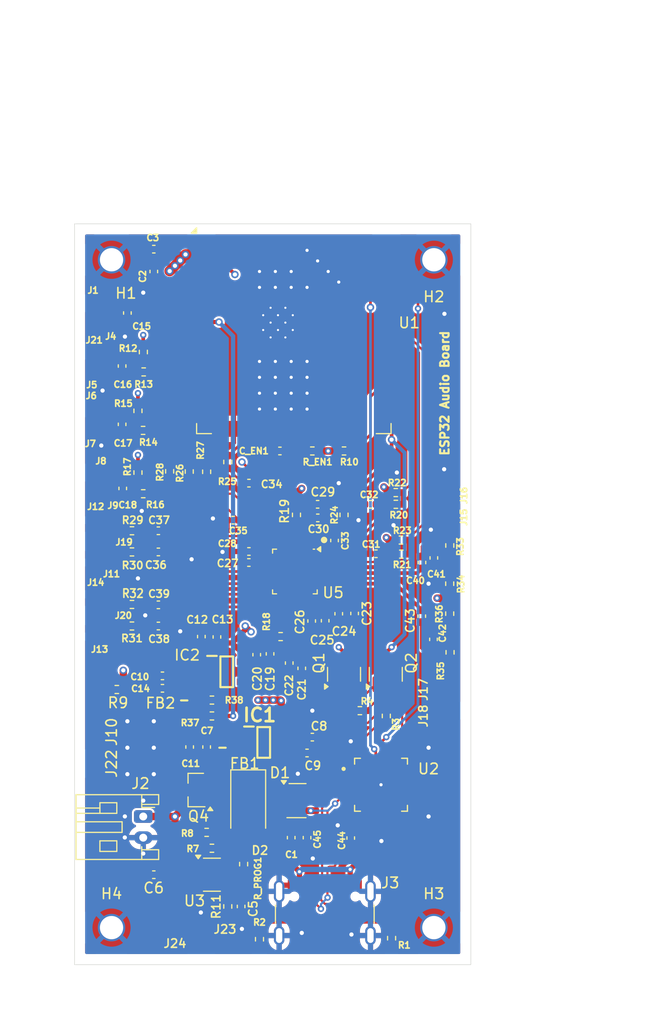
<source format=kicad_pcb>
(kicad_pcb (version 20240108) (generator "pcbnew") (generator_version "8.0")
  (title_block (title "ESP32 Audio Board") (rev "RevA"))
  (layers (0 "F.Cu" signal) (1 "In1.Cu" power "GND") (2 "In2.Cu" mixed "VBAT") (31 "B.Cu" signal) (34 "B.Paste" user) (35 "F.Paste" user) (36 "B.SilkS" user "B.Silkscreen") (37 "F.SilkS" user "F.Silkscreen") (38 "B.Mask" user) (39 "F.Mask" user) (44 "Edge.Cuts" user))
  (net 0 "")
  (net 1 "GND")
  (net 2 "+3V3")
  (net 3 "ESP-EN")
  (net 4 "VBUS")
  (net 5 "VBAT")
  (net 6 "VI")
  (net 7 "+3V3 Audio")
  (net 8 "Net-(J5-Pin_1)")
  (net 9 "Net-(J7-Pin_1)")
  (net 10 "Net-(J9-Pin_1)")
  (net 11 "Net-(U5-AVDD)")
  (net 12 "ES8388_VMID")
  (net 13 "ES8388_ADCVREF")
  (net 14 "ES8388_VREF")
  (net 15 "Net-(U5-DVDD)")
  (net 16 "Net-(U5-CDATA)")
  (net 17 "Net-(U5-CCLK)")
  (net 18 "ES8388_MCLK")
  (net 19 "ES8388_SCLK")
  (net 20 "ES8388_LRCK")
  (net 21 "Net-(C36-Pad2)")
  (net 22 "ES8388_LOUT1")
  (net 23 "Net-(C37-Pad2)")
  (net 24 "ES8388_ROUT1")
  (net 25 "Net-(C38-Pad2)")
  (net 26 "ES8388_LOUT2")
  (net 27 "ES8388_ROUT2")
  (net 28 "Net-(C39-Pad2)")
  (net 29 "ES8388_LIN1")
  (net 30 "Net-(J15-Pin_1)")
  (net 31 "Net-(C41-Pad2)")
  (net 32 "Net-(C42-Pad2)")
  (net 33 "ES8388_RIN1")
  (net 34 "Net-(J17-Pin_1)")
  (net 37 "Net-(J3-CC1)")
  (net 38 "Net-(J3-CC2)")
  (net 39 "Net-(J10-Pin_1)")
  (net 40 "Net-(J11-Pin_1)")
  (net 41 "Net-(J12-Pin_1)")
  (net 42 "Net-(J13-Pin_1)")
  (net 43 "Net-(J14-Pin_1)")
  (net 44 "Net-(J23-Pin_1)")
  (net 45 "Serial-RTS")
  (net 46 "Net-(Q1-B)")
  (net 47 "Serial-DTR")
  (net 48 "Net-(Q2-B)")
  (net 49 "ESP-IO0")
  (net 50 "Net-(U3-PROG)")
  (net 51 "Net-(U3-STAT)")
  (net 52 "Net-(U1-IO16)")
  (net 53 "SCL")
  (net 54 "SDA")
  (net 55 "BCK")
  (net 56 "WS")
  (net 57 "DATA_OUT")
  (net 58 "Net-(U5-DSDIN)")
  (net 59 "DATA_IN")
  (net 60 "Net-(U5-ASDOUT)")
  (net 61 "ESP_IO35")
  (net 64 "Serial-RX")
  (net 68 "Serial-TX")
  (net 83 "Net-(U2-VDD)")
  (net 96 "Net-(IC1-CE)")
  (net 97 "Net-(IC2-CE)")
  (net 98 "/D-")
  (net 99 "/D+")
  (net 113 "ESP_IO32")
  (net 114 "ESP_IO33")
  (net 115 "ESP_IO25")
  (footprint "Connector_Wire:SolderWirePad_1x01_SMD_1x2mm" (layer "F.Cu") (at 67.5 91.5 90)
    (property "Reference" "J18")
    (property "Value" "MIC_RIN1_GND")
  )
  (footprint "Package_TO_SOT_SMD:SOT-23_Handsoldering" (layer "F.Cu") (at 44 99 180)
    (property "Reference" "Q4")
    (property "Value" "AO3401A")
  )
  (footprint "Resistor_SMD:R_0402_1005Metric_Pad0.72x0.64mm_HandSolder" (layer "F.Cu") (at 45 68.926198 -90)
    (property "Reference" "R27")
    (property "Value" "33R/1%")
  )
  (footprint "Capacitor_SMD:C_0402_1005Metric_Pad0.74x0.62mm_HandSolder" (layer "F.Cu") (at 55.5 72)
    (property "Reference" "C29")
    (property "Value" "10uF/1%")
  )
  (footprint "xc6220a331:SOT95P280X120-5N" (layer "F.Cu") (at 46.90205 87.824941)
    (property "Reference" "IC2")
    (property "Value" "XC6220A331MR-G" (hide yes))
  )
  (footprint "Resistor_SMD:R_0402_1005Metric_Pad0.72x0.64mm_HandSolder" (layer "F.Cu") (at 39 71 180)
    (property "Reference" "R16")
    (property "Value" "100R/1%")
  )
  (footprint "Resistor_SMD:R_0402_1005Metric_Pad0.72x0.64mm_HandSolder" (layer "F.Cu") (at 38.5 63.167392 90)
    (property "Reference" "R15")
    (property "Value" "10K")
  )
  (footprint "Capacitor_SMD:C_0402_1005Metric_Pad0.74x0.62mm_HandSolder" (layer "F.Cu") (at 37.00009 58.93241 90)
    (property "Reference" "C16")
    (property "Value" "0.1uF/1%")
  )
  (footprint "Connector_Wire:SolderWirePad_1x01_SMD_1x2mm" (layer "F.Cu") (at 47.5 113.5 90)
    (property "Reference" "J23")
    (property "Value" "CHG_LED+")
  )
  (footprint "Resistor_SMD:R_0402_1005Metric_Pad0.72x0.64mm_HandSolder" (layer "F.Cu") (at 47 110 -90)
    (property "Reference" "R11")
    (property "Value" "1K/1%")
  )
  (footprint "Resistor_SMD:R_0402_1005Metric_Pad0.72x0.64mm_HandSolder" (layer "F.Cu") (at 37.9325 81.46173 180)
    (property "Reference" "R32")
    (property "Value" "33R/1%")
  )
  (footprint "Package_TO_SOT_SMD:SOT-23" (layer "F.Cu") (at 58 88.0625 90)
    (property "Reference" "Q1")
    (property "Value" "SS8050")
  )
  (footprint "Resistor_SMD:R_0402_1005Metric_Pad0.72x0.64mm_HandSolder" (layer "F.Cu") (at 37.9325 74.5 180)
    (property "Reference" "R29")
    (property "Value" "33R/1%")
  )
  (footprint "Connector_Wire:SolderWirePad_1x01_SMD_1x2mm" (layer "F.Cu") (at 35 55 90)
    (property "Reference" "J4")
    (property "Value" "EN_PAD1")
  )
  (footprint "Capacitor_SMD:C_0402_1005Metric_Pad0.74x0.62mm_HandSolder" (layer "F.Cu") (at 40.817689 88.209939 180)
    (property "Reference" "C10")
    (property "Value" "0.1uF/1%")
  )
  (footprint "Connector_USB:USB_C_Receptacle_GCT_USB4105-xx-A_16P_TopMnt_Horizontal" (layer "F.Cu") (at 56.18 111.675)
    (property "Reference" "J3")
    (property "Value" "USB_C_Receptacle_USB2.0_16P")
  )
  (footprint "Capacitor_SMD:C_0402_1005Metric_Pad0.74x0.62mm_HandSolder" (layer "F.Cu") (at 40.4325 74.5 180)
    (property "Reference" "C37")
    (property "Value" "22uF/1%")
  )
  (footprint "blm18sg121tn1d:BLM18EG101TH1D" (layer "F.Cu") (at 46.5 95 90)
    (property "Reference" "FB1")
    (property "Value" "BLM18SG121TN1D" (hide yes))
  )
  (footprint "Connector_Wire:SolderWirePad_1x01_SMD_1x2mm" (layer "F.Cu") (at 34.5 93.5)
    (property "Reference" "J10")
    (property "Value" "PWR_LED+")
  )
  (footprint "Package_TO_SOT_SMD:SOT-23" (layer "F.Cu") (at 61.95 88.0625 90)
    (property "Reference" "Q2")
    (property "Value" "SS8050")
  )
  (footprint "Capacitor_SMD:C_0402_1005Metric_Pad0.74x0.62mm_HandSolder" (layer "F.Cu") (at 54 87.5 -90)
    (property "Reference" "C21")
    (property "Value" "10uF/1%")
  )
  (footprint "Connector_Wire:SolderWirePad_1x01_SMD_1x2mm" (layer "F.Cu") (at 35 69 90)
    (property "Reference" "J8")
    (property "Value" "IO34_PAD0")
  )
  (footprint "Resistor_SMD:R_0402_1005Metric_Pad0.72x0.64mm_HandSolder" (layer "F.Cu") (at 50 113.0975 -90)
    (property "Reference" "R2")
    (property "Value" "5.1K/%1")
  )
  (footprint "Capacitor_SMD:C_0402_1005Metric_Pad0.74x0.62mm_HandSolder" (layer "F.Cu") (at 45.972929 84.534606 90)
    (property "Reference" "C13")
    (property "Value" "10uF/1%")
  )
  (footprint "Connector_Wire:SolderWirePad_1x01_SMD_1x2mm" (layer "F.Cu") (at 34.9325 77.5 90)
    (property "Reference" "J11")
    (property "Value" "HP_LOUT1")
  )
  (footprint "Capacitor_SMD:C_0402_1005Metric_Pad0.74x0.62mm_HandSolder" (layer "F.Cu") (at 54.939536 83.026554 -90)
    (property "Reference" "C26")
    (property "Value" "0.1uF")
  )
  (footprint "Connector_Wire:SolderWirePad_1x01_SMD_1x2mm" (layer "F.Cu") (at 34.927155 82.5 90)
    (property "Reference" "J20")
    (property "Value" "HP_2GND")
  )
  (footprint "Resistor_SMD:R_0402_1005Metric_Pad0.72x0.64mm_HandSolder" (layer "F.Cu") (at 62.5 113 -90)
    (property "Reference" "R1")
    (property "Value" "5.1K/1%")
  )
  (footprint "Capacitor_SMD:C_0402_1005Metric_Pad0.74x0.62mm_HandSolder" (layer "F.Cu") (at 61.017054 76.67183 180)
    (property "Reference" "C31")
    (property "Value" "20pF/1%")
  )
  (footprint "Resistor_SMD:R_0402_1005Metric_Pad0.72x0.64mm_HandSolder" (layer "F.Cu") (at 58 66.96 180)
    (property "Reference" "R10")
    (property "Value" "10K/1%")
  )
  (footprint "Capacitor_SMD:C_0402_1005Metric_Pad0.74x0.62mm_HandSolder" (layer "F.Cu") (at 40 47.89 180)
    (property "Reference" "C3")
    (property "Value" "0.1uF/1%")
  )
  (footprint "Capacitor_SMD:C_0402_1005Metric_Pad0.74x0.62mm_HandSolder" (layer "F.Cu") (at 66.5 77.0675 90)
    (property "Reference" "C41")
    (property "Value" "10uF/1%")
  )
  (footprint "Diode_SMD:D_SMA" (layer "F.Cu") (at 48.933451 100.604053 -90)
    (property "Reference" "D2")
    (property "Value" "3A/20V Schottky Rectifier - MBRA320")
  )
  (footprint "Resistor_SMD:R_0402_1005Metric_Pad0.72x0.64mm_HandSolder" (layer "F.Cu") (at 45.5 104.5)
    (property "Reference" "R7")
    (property "Value" "1K/%1")
  )
  (footprint "Capacitor_SMD:C_0402_1005Metric_Pad0.74x0.62mm_HandSolder" (layer "F.Cu") (at 51 86.1325 -90)
    (property "Reference" "C19")
    (property "Value" "0.1uF/1%")
  )
  (footprint "Resistor_SMD:R_0402_1005Metric_Pad0.72x0.64mm_HandSolder" (layer "F.Cu") (at 45.5 92)
    (property "Reference" "R37")
    (property "Value" "100K")
  )
  (footprint "Capacitor_SMD:C_0402_1005Metric_Pad0.74x0.62mm_HandSolder" (layer "F.Cu") (at 58.634393 103.536129 -90)
    (property "Reference" "C44")
    (property "Value" "0.1uF/1%")
  )
  (footprint "Capacitor_SMD:C_0402_1005Metric_Pad0.74x0.62mm_HandSolder" (layer "F.Cu") (at 55 94)
    (property "Reference" "C8")
    (property "Value" "10uF/1%")
  )
  (footprint "Capacitor_SMD:C_0402_1005Metric_Pad0.74x0.62mm_HandSolder" (layer "F.Cu") (at 54.5 103.5 -90)
    (property "Reference" "C45")
    (property "Value" "10uF/1%")
  )
  (footprint "MountingHole:MountingHole_2.2mm_M2_Pad_TopOnly" (layer "F.Cu") (at 36 48.89)
    (property "Reference" "H1")
    (property "Value" "MountingHole_Pad")
  )
  (footprint "Connector_Wire:SolderWirePad_1x01_SMD_1x2mm" (layer "F.Cu") (at 67.5 73.110512 90)
    (property "Reference" "J15")
    (property "Value" "MIC_LIN1")
  )
  (footprint "Capacitor_SMD:C_0402_1005Metric_Pad0.74x0.62mm_HandSolder" (layer "F.Cu") (at 48.994649 77.5 180)
    (property "Reference" "C27")
    (property "Value" "10uF")
  )
  (footprint "Capacitor_SMD:C_0402_1005Metric_Pad0.74x0.62mm_HandSolder" (layer "F.Cu") (at 55.515787 73.284375)
    (property "Reference" "C30")
    (property "Value" "0.1uF/1%")
  )
  (footprint "Resistor_SMD:R_0402_1005Metric_Pad0.72x0.64mm_HandSolder" (layer "F.Cu") (at 36.5 89.5)
    (property "Reference" "R9")
    (property "Value" "1K/1%")
  )
  (footprint "Resistor_SMD:R_0402_1005Metric_Pad0.72x0.64mm_HandSolder" (layer "F.Cu") (at 55 66.96 180)
    (property "Reference" "R_EN1")
    (property "Value" "10K/1%")
  )
  (footprint "Connector_Wire:SolderWirePad_1x01_SMD_1x2mm" (layer "F.Cu") (at 67.5 71.110512 90)
    (property "Reference" "J16")
    (property "Value" "MIC_LIN1_GND")
  )
  (footprint "Capacitor_SMD:C_0402_1005Metric_Pad0.74x0.62mm_HandSolder" (layer "F.Cu") (at 49 70)
    (property "Reference" "C34")
    (property "Value" "20pF/1%")
  )
  (footprint "MountingHole:MountingHole_2.2mm_M2_Pad_TopOnly" (layer "F.Cu") (at 66.5 112)
    (property "Reference" "H3")
    (property "Value" "MountingHole_Pad")
  )
  (footprint "MountingHole:MountingHole_2.2mm_M2_Pad_TopOnly" (layer "F.Cu") (at 66.5 48.89)
    (property "Reference" "H2")
    (property "Value" "MountingHole_Pad")
  )
  (footprint "Resistor_SMD:R_0402_1005Metric_Pad0.72x0.64mm_HandSolder" (layer "F.Cu") (at 45 103)
    (property "Reference" "R8")
    (property "Value" "10K")
  )
  (footprint "Capacitor_SMD:C_0402_1005Metric_Pad0.74x0.62mm_HandSolder" (layer "F.Cu") (at 51.9325 66.96 180)
    (property "Reference" "C_EN1")
    (property "Value" "0.1uF/1%")
  )
  (footprint "Connector_Wire:SolderWirePad_1x01_SMD_1x2mm" (layer "F.Cu") (at 34.927155 80.5 90)
    (property "Reference" "J14")
    (property "Value" "HP_ROUT2")
  )
  (footprint "Connector_Wire:SolderWirePad_1x01_SMD_1x2mm" (layer "F.Cu") (at 35 71 90)
    (property "Reference" "J9")
    (property "Value" "IO34_PAD1")
  )
  (footprint "Connector_JST:JST_PH_S2B-PH-K_1x02_P2.00mm_Horizontal" (layer "F.Cu") (at 39 101.5 -90)
    (property "Reference" "J2")
    (property "Value" "JST S2B")
  )
  (footprint "Resistor_SMD:R_0402_1005Metric_Pad0.72x0.64mm_HandSolder" (layer "F.Cu") (at 41.5 68.881492 -90)
    (property "Reference" "R28")
    (property "Value" "33R/1%")
  )
  (footprint "Resistor_SMD:R_0402_1005Metric_Pad0.72x0.64mm_HandSolder" (layer "F.Cu") (at 43.353989 68.902676 -90)
    (property "Reference" "R26")
    (property "Value" "33R/1%")
  )
  (footprint "Capacitor_SMD:C_0402_1005Metric_Pad0.74x0.62mm_HandSolder" (layer "F.Cu") (at 49.73848 86.211899 -90)
    (property "Reference" "C20")
    (property "Value" "10uF/1%")
  )
  (footprint "Capacitor_SMD:C_0402_1005Metric_Pad0.74x0.62mm_HandSolder" (layer "F.Cu") (at 40.817689 89.386622 180)
    (property "Reference" "C14")
    (property "Value" "10uF/1%")
  )
  (footprint "Capacitor_SMD:C_0402_1005Metric_Pad0.74x0.62mm_HandSolder" (layer "F.Cu") (at 37 64.443237 90)
    (property "Reference" "C17")
    (property "Value" "0.1uF/1%")
  )
  (footprint "Resistor_SMD:R_0402_1005Metric_Pad0.72x0.64mm_HandSolder" (layer "F.Cu") (at 39.011801 57.608363 90)
    (property "Reference" "R12")
    (property "Value" "10K")
  )
  (footprint "Capacitor_SMD:C_0402_1005Metric_Pad0.74x0.62mm_HandSolder" (layer "F.Cu") (at 65.355358 82.5675 -90)
    (property "Reference" "C43")
    (property "Value" "1uF/1%")
  )
  (footprint "Resistor_SMD:R_0402_1005Metric_Pad0.72x0.64mm_HandSolder" (layer "F.Cu") (at 39.041552 59.489173 180)
    (property "Reference" "R13")
    (property "Value" "100R/1%")
  )
  (footprint "Package_DFN_QFN:QFN-28-1EP_4x4mm_P0.45mm_EP2.6x2.6mm" (layer "F.Cu") (at 53.35 78.35 -90)
    (property "Reference" "U5")
    (property "Value" "ES8388")
  )
  (footprint "Connector_Wire:SolderWirePad_1x01_SMD_1x2mm" (layer "F.Cu") (at 35.008802 59.50009 90)
    (property "Reference" "J5")
    (property "Value" "VP_PAD1")
  )
  (footprint "Package_TO_SOT_SMD:SOT-23-5" (layer "F.Cu") (at 45.5 107)
    (property "Reference" "U3")
    (property "Value" "MCP73831-2-OT")
  )
  (footprint "Capacitor_SMD:C_0402_1005Metric_Pad0.74x0.62mm_HandSolder" (layer "F.Cu") (at 60.5 72 180)
    (property "Reference" "C32")
    (property "Value" "20pF/1%")
  )
  (footprint "Capacitor_SMD:C_0402_1005Metric_Pad0.74x0.62mm_HandSolder" (layer "F.Cu") (at 57.101222 75.420931 -90)
    (property "Reference" "C33")
    (property "Value" "20pF/1%")
  )
  (footprint "Connector_Wire:SolderWirePad_1x01_SMD_1x2mm" (layer "F.Cu") (at 34.987971 62.916004 90)
    (property "Reference" "J6")
    (property "Value" "VN_PAD0")
  )
  (footprint "Resistor_SMD:R_0402_1005Metric_Pad0.72x0.64mm_HandSolder" (layer "F.Cu") (at 37.9325 83.5 180)
    (property "Reference" "R31")
    (property "Value" "33R/1%")
  )
  (footprint "Connector_Wire:SolderWirePad_1x01_SMD_1x2mm" (layer "F.Cu") (at 34.9325 75.5 90)
    (property "Reference" "J19")
    (property "Value" "HP_1GND")
  )
  (footprint "Connector_Wire:SolderWirePad_1x01_SMD_1x2mm" (layer "F.Cu") (at 34.927155 84.5 90)
    (property "Reference" "J13")
    (property "Value" "HP_LOUT2")
  )
  (footprint "Capacitor_SMD:C_0402_1005Metric_Pad0.74x0.62mm_HandSolder" (layer "F.Cu") (at 37.061545 70.5 90)
    (property "Reference" "C18")
    (property "Value" "0.1uF/1%")
  )
  (footprint "Resistor_SMD:R_0402_1005Metric_Pad0.72x0.64mm_HandSolder" (layer "F.Cu") (at 53.5 73 -90)
    (property "Reference" "R19")
    (property "Value" "100R/1%")
  )
  (footprint "Resistor_SMD:R_0402_1005Metric_Pad0.72x0.64mm_HandSolder" (layer "F.Cu") (at 48.5 106 -90)
    (property "Reference" "R_PROG1")
    (property "Value" "2K/1%")
  )
  (footprint "cp2102:QFN50P500X500X100-29N" (layer "F.Cu") (at 61.5 98.5)
    (property "Reference" "U2")
    (property "Value" "CP2102")
  )
  (footprint "Connector_Wire:SolderWirePad_1x01_SMD_1x2mm" (layer "F.Cu") (at 35 65 90)
    (property "Reference" "J7")
    (property "Value" "VN_PAD1")
  )
  (footprint "Capacitor_SMD:C_0402_1005Metric_Pad0.74x0.62mm_HandSolder" (layer "F.Cu") (at 54.5 95.5)
    (property "Reference" "C9")
    (property "Value" "0.1uF/1%")
  )
  (footprint "Capacitor_SMD:C_0402_1005Metric_Pad0.74x0.62mm_HandSolder" (layer "F.Cu") (at 48.26158 110 -90)
    (property "Reference" "C5")
    (property "Value" "4.7uF/1%")
  )
  (footprint "Connector_Wire:SolderWirePad_1x01_SMD_1x2mm" (layer "F.Cu") (at 44.5 113.5 90)
    (property "Reference" "J24")
    (property "Value" "CHG_LED-")
  )
  (footprint "Capacitor_SMD:C_0402_1005Metric_Pad0.74x0.62mm_HandSolder" (layer "F.Cu") (at 66.463073 84.763904 -90)
    (property "Reference" "C42")
    (property "Value" "10uF/1%")
  )
  (footprint "Capacitor_SMD:C_0402_1005Metric_Pad0.74x0.62mm_HandSolder" (layer "F.Cu") (at 45 94.9325 -90)
    (property "Reference" "C7")
    (property "Value" "0.1uF/1%")
  )
  (footprint "Resistor_SMD:R_0402_1005Metric_Pad0.72x0.64mm_HandSolder" (layer "F.Cu") (at 63.38526 75.377291)
    (property "Reference" "R23")
    (property "Value" "2K")
  )
  (footprint "Resistor_SMD:R_0402_1005Metric_Pad0.72x0.64mm_HandSolder" (layer "F.Cu") (at 62.9025 72 180)
    (property "Reference" "R20")
    (property "Value" "100R/1%")
  )
  (footprint "Connector_Wire:SolderWirePad_1x01_SMD_1x2mm" (layer "F.Cu") (at 35 53 90)
    (property "Reference" "J1")
    (property "Value" "EN_PAD0")
  )
  (footprint "Capacitor_SMD:C_0402_1005Metric_Pad0.74x0.62mm_HandSolder" (layer "F.Cu") (at 47.5 73.5 180)
    (property "Reference" "C35")
    (property "Value" "20pF/1%")
  )
  (footprint "Capacitor_SMD:C_0402_1005Metric_Pad0.74x0.62mm_HandSolder" (layer "F.Cu") (at 56.213879 83.002955 -90)
    (property "Reference" "C25")
    (property "Value" "10uF")
  )
  (footprint "Resistor_SMD:R_0402_1005Metric_Pad0.72x0.64mm_HandSolder" (layer "F.Cu") (at 59.5 91.5)
    (property "Reference" "R4")
    (property "Value" "10K")
  )
  (footprint "Resistor_SMD:R_0402_1005Metric_Pad0.72x0.64mm_HandSolder" (layer "F.Cu") (at 45.5 90.5 180)
    (property "Reference" "R38")
    (property "Value" "100K")
  )
  (footprint "Capacitor_SMD:C_0402_1005Metric_Pad0.74x0.62mm_HandSolder" (layer "F.Cu") (at 52.814274 87 -90)
    (property "Reference" "C22")
    (property "Value" "0.1uF/1%")
  )
  (footprint "MountingHole:MountingHole_2.2mm_M2_Pad_TopOnly" (layer "F.Cu") (at 36 112)
    (property "Reference" "H4")
    (property "Value" "MountingHole_Pad")
  )
  (footprint "Resistor_SMD:R_0402_1005Metric_Pad0.72x0.64mm_HandSolder" (layer "F.Cu") (at 38.5 69 90)
    (property "Reference" "R17")
    (property "Value" "10K")
  )
  (footprint "Connector_Wire:SolderWirePad_1x01_SMD_1x2mm" (layer "F.Cu") (at 35.008802 57.50009 90)
    (property "Reference" "J21")
    (property "Value" "VP_PAD0")
  )
  (footprint "RF_Module:ESP32-WROOM-32E" (layer "F.Cu") (at 53.25 52.37)
    (property "Reference" "U1")
    (property "Value" "ESP32-WROOM-32E")
  )
  (footprint "Resistor_SMD:R_0402_1005Metric_Pad0.72x0.64mm_HandSolder" (layer "F.Cu") (at 47 68 -90)
    (property "Reference" "R25")
    (property "Value" "33R/1%")
  )
  (footprint "Resistor_SMD:R_0402_1005Metric_Pad0.72x0.64mm_HandSolder" (layer "F.Cu") (at 58 73 -90)
    (property "Reference" "R24")
    (property "Value" "33R/1%")
  )
  (footprint "xc6220a331:SOT95P280X120-5N" (layer "F.Cu") (at 50.4 94.5)
    (property "Reference" "IC1")
    (property "Value" "XC6220A331MR-G" (hide yes))
  )
  (footprint "Resistor_SMD:R_0402_1005Metric_Pad0.72x0.64mm_HandSolder" (layer "F.Cu") (at 52 84.5 180)
    (property "Reference" "R18")
    (property "Value" "4.7R/1%")
  )
  (footprint "blm18sg121tn1d:BLM18EG101TH1D" (layer "F.Cu") (at 42.878401 90.532065 90)
    (property "Reference" "FB2")
    (property "Value" "BLM18SG121TN1D" (hide yes))
  )
  (footprint "Capacitor_SMD:C_0402_1005Metric_Pad0.74x0.62mm_HandSolder" (layer "F.Cu") (at 40.4325 81.5 180)
    (property "Reference" "C39")
    (property "Value" "22uF/1%")
  )
  (footprint "Resistor_SMD:R_0402_1005Metric_Pad0.72x0.64mm_HandSolder" (layer "F.Cu") (at 62.895551 70.891787)
    (property "Reference" "R22")
    (property "Value" "2K")
  )
  (footprint "Resistor_SMD:R_0402_1005Metric_Pad0.72x0.64mm_HandSolder" (layer "F.Cu") (at 37.9325 76.5 180)
    (property "Reference" "R30")
    (property "Value" "33R/1%")
  )
  (footprint "Connector_Wire:SolderWirePad_1x01_SMD_1x2mm" (layer "F.Cu") (at 34.5 96.5)
    (property "Reference" "J22")
    (property "Value" "PWR_LED-")
  )
  (footprint "Capacitor_SMD:C_0402_1005Metric_Pad0.74x0.62mm_HandSolder" (layer "F.Cu") (at 37.5 53.921775 90)
    (property "Reference" "C15")
    (property "Value" "0.1uF/1%")
  )
  (footprint "Capacitor_SMD:C_0402_1005Metric_Pad0.74x0.62mm_HandSolder" (layer "F.Cu") (at 40 50 -90)
    (property "Reference" "C2")
    (property "Value" "22uF/1%")
  )
  (footprint "Capacitor_SMD:C_0402_1005Metric_Pad0.74x0.62mm_HandSolder" (layer "F.Cu") (at 59 82.31518 -90)
    (property "Reference" "C23")
    (property "Value" "10uF")
  )
  (footprint "Resistor_SMD:R_0402_1005Metric_Pad0.72x0.64mm_HandSolder" (layer "F.Cu") (at 38.987172 65.016257 180)
    (property "Reference" "R14")
    (property "Value" "100R/1%")
  )
  (footprint "Resistor_SMD:R_0402_1005Metric_Pad0.72x0.64mm_HandSolder" (layer "F.Cu") (at 68.007397 75.889955 -90)
    (property "Reference" "R33")
    (property "Value" "2K/1%")
  )
  (footprint "Capacitor_SMD:C_0402_1005Metric_Pad0.74x0.62mm_HandSolder" (layer "F.Cu") (at 40 107 180)
    (property "Reference" "C6")
    (property "Value" "4.7uF/1%")
  )
  (footprint "Package_TO_SOT_SMD:SOT-23-5_HandSoldering" (layer "F.Cu") (at 53.5 100)
    (property "Reference" "D1")
    (property "Value" "ESDA5V3SC5")
  )
  (footprint "Capacitor_SMD:C_0402_1005Metric_Pad0.74x0.62mm_HandSolder" (layer "F.Cu") (at 57.5 82.342184 -90)
    (property "Reference" "C24")
    (property "Value" "0.1uF")
  )
  (footprint "Capacitor_SMD:C_0402_1005Metric_Pad0.74x0.62mm_HandSolder" (layer "F.Cu") (at 43.392049 94.9325 -90)
    (property "Reference" "C11")
    (property "Value" "10uF/1%")
  )
  (footprint "Resistor_SMD:R_0402_1005Metric_Pad0.72x0.64mm_HandSolder" (layer "F.Cu") (at 63.419554 76.709054 180)
    (property "Reference" "R21")
    (property "Value" "100R/1%")
  )
  (footprint "Capacitor_SMD:C_0402_1005Metric_Pad0.74x0.62mm_HandSolder" (layer "F.Cu") (at 44.5 84.5 90)
    (property "Reference" "C12")
    (property "Value" "0.1uF/1%")
  )
  (footprint "Resistor_SMD:R_0402_1005Metric_Pad0.72x0.64mm_HandSolder" (layer "F.Cu") (at 68.0332 85.98646 90)
    (property "Reference" "R35")
    (property "Value" "2K/1%")
  )
  (footprint "Resistor_SMD:R_0402_1005Metric_Pad0.72x0.64mm_HandSolder" (layer "F.Cu") (at 68 82.330922 90)
    (property "Reference" "R36")
    (property "Value" "1K/1%")
  )
  (footprint "Capacitor_SMD:C_0402_1005Metric_Pad0.74x0.62mm_HandSolder" (layer "F.Cu") (at 53 103.5 -90)
    (property "Reference" "C1")
    (property "Value" "0.1uF/1%")
  )
  (footprint "Capacitor_SMD:C_0402_1005Metric_Pad0.74x0.62mm_HandSolder" (layer "F.Cu") (at 65.373175 77.5 90)
    (property "Reference" "C40")
    (property "Value" "1uF/1%")
  )
  (footprint "Resistor_SMD:R_0402_1005Metric_Pad0.72x0.64mm_HandSolder" (layer "F.Cu") (at 62 92 90)
    (property "Reference" "R3")
    (property "Value" "10K" (hide yes))
  )
  (footprint "Resistor_SMD:R_0402_1005Metric_Pad0.72x0.64mm_HandSolder" (layer "F.Cu") (at 68 79.5 -90)
    (property "Reference" "R34")
    (property "Value" "1K/1%")
  )
  (footprint "Connector_Wire:SolderWirePad_1x01_SMD_1x2mm" (layer "F.Cu") (at 34.9325 73.5 90)
    (property "Reference" "J12")
    (property "Value" "HP_ROUT1")
  )
  (footprint "Capacitor_SMD:C_0402_1005Metric_Pad0.74x0.62mm_HandSolder" (layer "F.Cu") (at 49 76.456925 180)
    (property "Reference" "C28")
    (property "Value" "0.1uF")
  )
  (footprint "Connector_Wire:SolderWirePad_1x01_SMD_1x2mm" (layer "F.Cu") (at 67.5 89.5 90)
    (property "Reference" "J17")
    (property "Value" "MIC_RIN1")
  )
  (footprint "Capacitor_SMD:C_0402_1005Metric_Pad0.74x0.62mm_HandSolder" (layer "F.Cu") (at 40.4325 83.5 180)
    (property "Reference" "C38")
    (property "Value" "22uF/1%")
  )
  (footprint "Capacitor_SMD:C_0402_1005Metric_Pad0.74x0.62mm_HandSolder" (layer "F.Cu") (at 40.4325 76.5 180)
    (property "Reference" "C36")
    (property "Value" "22uF/1%")
  )
  (gr_circle (center 56.110965 75.368153) (end 56.366799 75.368153) (stroke (width 0.1)) (fill solid) (layer "F.SilkS"))
  (gr_rect (start 32.5 45.494803) (end 70 115.5) (stroke (width 0.05)) (fill none) (layer "Edge.Cuts"))
  (gr_text "ESP32 Audio Board" (at 68 67.5 90) (layer "F.SilkS") (effects (font (size 0.8 0.8) (thickness 0.2) (bold yes)) (justify left bottom)))
  (segment (start 61 98) (end 61.5 98.5) (width 0.2) (layer "F.Cu") (net 1))
  (via (at 54.5 48) (size 0.6) (drill 0.3) (layers "F.Cu" "B.Cu") (net 1))
  (via (at 35.150844 61.252075) (size 0.7) (drill 0.4) (layers "F.Cu" "B.Cu") (net 1))
  (via (at 66.216039 74.399553) (size 0.7) (drill 0.4) (layers "F.Cu" "B.Cu") (net 1))
  (via (at 51.5 51.5) (size 0.6) (drill 0.3) (layers "F.Cu" "B.Cu") (net 1))
  (via (at 39 100) (size 0.7) (drill 0.4) (layers "F.Cu" "B.Cu") (net 1))
  (via (at 54.5 63) (size 0.6) (drill 0.3) (layers "F.Cu" "B.Cu") (net 1))
  (via (at 53 63) (size 0.6) (drill 0.3) (layers "F.Cu" "B.Cu") (net 1))
  (via (at 50 60) (size 0.6) (drill 0.3) (layers "F.Cu" "B.Cu") (net 1))
  (via (at 37.5 95) (size 0.7) (drill 0.4) (layers "F.Cu" "B.Cu") (net 1))
  (via (at 53 58.5) (size 0.6) (drill 0.3) (layers "F.Cu" "B.Cu") (net 1))
  (via (at 53.630037 97.460242) (size 0.7) (drill 0.4) (layers "F.Cu" "B.Cu") (net 1))
  (via (at 54 112.5) (size 0.7) (drill 0.4) (layers "F.Cu" "B.Cu") (net 1))
  (via (at 45.592918 73.340718) (size 0.7) (drill 0.4) (layers "F.Cu" "B.Cu") (net 1))
  (via (at 56.5 50) (size 0.6) (drill 0.3) (layers "F.Cu" "B.Cu") (net 1))
  (via (at 39.190181 82.493024) (size 0.7) (drill 0.4) (layers "F.Cu" "B.Cu") (net 1))
  (via (at 50 50) (size 0.6) (drill 0.3) (layers "F.Cu" "B.Cu") (net 1))
  (via (at 55 91.5) (size 0.7) (drill 0.4) (layers "F.Cu" "B.Cu") (net 1))
  (via (at 57.5 51) (size 0.6) (drill 0.3) (layers "F.Cu" "B.Cu") (net 1))
  (via (at 58.636112 94.393981) (size 0.7) (drill 0.4) (layers "F.Cu" "B.Cu") (net 1))
  (via (at 54.5 61.5) (size 0.6) (drill 0.3) (layers "F.Cu" "B.Cu") (net 1))
  (via (at 35.031524 66.446016) (size 0.7) (drill 0.4) (layers "F.Cu" "B.Cu") (net 1))
  (via (at 53 51.5) (size 0.6) (drill 0.3) (layers "F.Cu" "B.Cu") (net 1))
  (via (at 37.5 92.5) (size 0.7) (drill 0.4) (layers "F.Cu" "B.Cu") (net 1))
  (via (at 61.5 98.5) (size 0.6) (drill 0.3) (layers "F.Cu" "B.Cu") (net 1))
  (via (at 58.703259 112.650328) (size 0.7) (drill 0.4) (layers "F.Cu" "B.Cu") (net 1))
  (via (at 39 105) (size 0.7) (drill 0.4) (layers "F.Cu" "B.Cu") (net 1))
  (via (at 67.5 54) (size 0.7) (drill 0.4) (layers "F.Cu" "B.Cu") (net 1))
  (via (at 37.261255 101.493024) (size 0.7) (drill 0.4) (layers "F.Cu" "B.Cu") (net 1))
  (via (at 43.575218 77.19468) (size 0.7) (drill 0.4) (layers "F.Cu" "B.Cu") (net 1))
  (via (at 54.5 58.5) (size 0.6) (drill 0.3) (layers "F.Cu" "B.Cu") (net 1))
  (via (at 40 97.5) (size 0.7) (drill 0.4) (layers "F.Cu" "B.Cu") (net 1))
  (via (at 46.5 76.5) (size 0.7) (drill 0.4) (layers "F.Cu" "B.Cu") (net 1))
  (via (at 51.5 61.5) (size 0.6) (drill 0.3) (layers "F.Cu" "B.Cu") (net 1))
  (via (at 61.536222 103.817182) (size 0.7) (drill 0.4) (layers "F.Cu" "B.Cu") (net 1))
  (via (at 54.5 60) (size 0.6) (drill 0.3) (layers "F.Cu" "B.Cu") (net 1))
  (via (at 53 61.5) (size 0.6) (drill 0.3) (layers "F.Cu" "B.Cu") (net 1))
  (via (at 63 69) (size 0.7) (drill 0.4) (layers "F.Cu" "B.Cu") (net 1))
  (via (at 37.266874 56.153434) (size 0.7) (drill 0.4) (layers "F.Cu" "B.Cu") (net 1))
  (via (at 50 51.5) (size 0.6) (drill 0.3) (layers "F.Cu" "B.Cu") (net 1))
  (via (at 57.403181 102.335261) (size 0.7) (drill 0.4) (layers "F.Cu" "B.Cu") (net 1))
  (via (at 40 95) (size 0.7) (drill 0.4) (layers "F.Cu" "B.Cu") (net 1))
  (via (at 51.5 63) (size 0.6) (drill 0.3) (layers "F.Cu" "B.Cu") (net 1))
  (via (at 53 60) (size 0.6) (drill 0.3) (layers "F.Cu" "B.Cu") (net 1))
  (via (at 55.5 49) (size 0.6) (drill 0.3) (layers "F.Cu" "B.Cu") (net 1))
  (via (at 44.451338 110.570808) (size 0.7) (drill 0.4) (layers "F.Cu" "B.Cu") (net 1))
  (via (at 57.5 70) (size 0.7) (drill 0.4) (layers "F.Cu" "B.Cu") (net 1))
  (via (at 62.683171 73.973968) (size 0.7) (drill 0.4) (layers "F.Cu" "B.Cu") (net 1))
  (via (at 38.5 79) (size 0.7) (drill 0.4) (layers "F.Cu" "B.Cu") (net 1))
  (via (at 59.368561 73.5) (size 0.7) (drill 0.4) (layers "F.Cu" "B.Cu") (net 1))
  (via (at 54.5 51.5) (size 0.6) (drill 0.3) (layers "F.Cu" "B.Cu") (net 1))
  (via (at 40 92.5) (size 0.7) (drill 0.4) (layers "F.Cu" "B.Cu") (net 1))
  (via (at 66 79.5) (size 0.7) (drill 0.4) (layers "F.Cu" "B.Cu") (net 1))
  (via (at 53 50) (size 0.6) (drill 0.3) (layers "F.Cu" "B.Cu") (net 1))
  (via (at 37.256507 103.483381) (size 0.7) (drill 0.4) (layers "F.Cu" "B.Cu") (net 1))
  (via (at 66 95) (size 0.7) (drill 0.4) (layers "F.Cu" "B.Cu") (net 1))
  (via (at 37.5 97.5) (size 0.7) (drill 0.4) (layers "F.Cu" "B.Cu") (net 1))
  (via (at 66 101.5) (size 0.7) (drill 0.4) (layers "F.Cu" "B.Cu") (net 1))
  (via (at 50 61.5) (size 0.6) (drill 0.3) (layers "F.Cu" "B.Cu") (net 1))
  (via (at 38.85747 72.627596) (size 0.7) (drill 0.4) (layers "F.Cu" "B.Cu") (net 1))
  (via (at 67.473451 68.685841) (size 0.7) (drill 0.4) (layers "F.Cu" "B.Cu") (net 1))
  (via (at 51.5 60) (size 0.6) (drill 0.3) (layers "F.Cu" "B.Cu") (net 1))
  (via (at 48.336031 112.123197) (size 0.7) (drill 0.4) (layers "F.Cu" "B.Cu") (net 1))
  (via (at 51.5 50) (size 0.6) (drill 0.3) (layers "F.Cu" "B.Cu") (net 1))
  (via (at 42.5 84) (size 0.7) (drill 0.4) (layers "F.Cu" "B.Cu") (net 1))
  (via (at 50 58.5) (size 0.6) (drill 0.3) (layers "F.Cu" "B.Cu") (net 1))
  (via (at 50 63) (size 0.6) (drill 0.3) (layers "F.Cu" "B.Cu") (net 1))
  (via (at 39 52) (size 0.7) (drill 0.4) (layers "F.Cu" "B.Cu") (net 1))
  (via (at 55.044 105.469421) (size 0.7) (drill 0.4) (layers "F.Cu" "B.Cu") (net 1))
  (via (at 51.5 58.5) (size 0.6) (drill 0.3) (layers "F.Cu" "B.Cu") (net 1))
  (segment (start 54 94) (end 54.4325 94) (width 0.7) (layer "F.Cu") (net 2))
  (segment (start 53.9325 94.865) (end 53.9325 95.5) (width 0.7) (layer "F.Cu") (net 2))
  (segment (start 52.05 90.55) (end 52 90.5) (width 0.7) (layer "F.Cu") (net 2))
  (segment (start 39 56) (end 39 56.999062) (width 0.35) (layer "F.Cu") (net 2))
  (segment (start 38.5 61.5) (end 38.5 62.569892) (width 0.35) (layer "F.Cu") (net 2))
  (segment (start 37.112661 87.684903) (end 37.112661 89.484839) (width 0.7) (layer "F.Cu") (net 2))
  (segment (start 39 56.999062) (end 39.011801 57.010863) (width 0.35) (layer "F.Cu") (net 2))
  (segment (start 56.5 66.96) (end 57.4025 66.96) (width 0.7) (layer "F.Cu") (net 2))
  (segment (start 43 48.46) (end 41.5 49.96) (width 1) (layer "F.Cu") (net 2))
  (segment (start 52 90.5) (end 50.567335 90.5) (width 0.7) (layer "F.Cu") (net 2))
  (segment (start 52.05 92.05) (end 52.05 90.55) (width 0.7) (layer "F.Cu") (net 2))
  (segment (start 50.567335 90.5) (end 49.847208 90.5) (width 0.7) (layer "F.Cu") (net 2))
  (segment (start 41.07 48.46) (end 40.5675 47.9575) (width 0.7) (layer "F.Cu") (net 2))
  (segment (start 40.93 48.46) (end 40 49.39) (width 0.7) (layer "F.Cu") (net 2))
  (segment (start 43 48.39) (end 43 48.46) (width 0.7) (layer "F.Cu") (net 2))
  (segment (start 37.112661 89.484839) (end 37.0975 89.5) (width 0.7) (layer "F.Cu") (net 2))
  (segment (start 41.07 48.46) (end 40.93 48.46) (width 0.7) (layer "F.Cu") (net 2))
  (segment (start 52.05 92.05) (end 54 94) (width 0.7) (layer "F.Cu") (net 2))
  (segment (start 56.5 66.96) (end 55.5975 66.96) (width 0.7) (layer "F.Cu") (net 2))
  (segment (start 40.5675 47.9575) (end 40.5675 47.89) (width 0.7) (layer "F.Cu") (net 2))
  (segment (start 53.9325 94.5) (end 54.4325 94) (width 0.7) (layer "F.Cu") (net 2))
  (segment (start 53.55 93.55) (end 51.8 93.55) (width 0.7) (layer "F.Cu") (net 2))
  (segment (start 38.5 67.338248) (end 38.5 68.4025) (width 0.35) (layer "F.Cu") (net 2))
  (segment (start 53.9325 94.865) (end 53.9325 94.5) (width 0.7) (layer "F.Cu") (net 2))
  (segment (start 54 94) (end 53.55 93.55) (width 0.7) (layer "F.Cu") (net 2))
  (segment (start 43 48.39) (end 44.7 48.39) (width 1) (layer "F.Cu") (net 2))
  (segment (start 43 48.46) (end 41.07 48.46) (width 0.7) (layer "F.Cu") (net 2))
  (via (at 49.847208 90.5) (size 0.6) (drill 0.3) (layers "F.Cu" "B.Cu") (net 2))
  (via (at 42 49.46) (size 0.7) (drill 0.4) (layers "F.Cu" "B.Cu") (net 2))
  (via (at 42.5 48.96) (size 0.7) (drill 0.4) (layers "F.Cu" "B.Cu") (net 2))
  (via (at 56.5 66.96) (size 0.6) (drill 0.3) (layers "F.Cu" "B.Cu") (net 2))
  (via (at 51.3 90.5) (size 0.6) (drill 0.3) (layers "F.Cu" "B.Cu") (net 2))
  (via (at 43 48.39) (size 0.7) (drill 0.4) (layers "F.Cu" "B.Cu") (net 2))
  (via (at 39 56) (size 0.6) (drill 0.3) (layers "F.Cu" "B.Cu") (net 2))
  (via (at 38.5 61.5) (size 0.6) (drill 0.3) (layers "F.Cu" "B.Cu") (net 2))
  (via (at 38.5 67.338248) (size 0.6) (drill 0.3) (layers "F.Cu" "B.Cu") (net 2))
  (via (at 50.567335 90.5) (size 0.6) (drill 0.3) (layers "F.Cu" "B.Cu") (net 2))
  (via (at 41.5 49.96) (size 0.7) (drill 0.4) (layers "F.Cu" "B.Cu") (net 2))
  (via (at 52.05 90.55) (size 0.6) (drill 0.3) (layers "F.Cu" "B.Cu") (net 2))
  (via (at 37.112661 87.684903) (size 0.7) (drill 0.4) (layers "F.Cu" "B.Cu") (net 2))
  (segment (start 36.989275 55) (end 35 55) (width 0.35) (layer "F.Cu") (net 3))
  (segment (start 58 87.125) (end 58 86) (width 0.35) (layer "F.Cu") (net 3))
  (segment (start 47 49.61) (end 47.675 50.285) (width 0.35) (layer "F.Cu") (net 3))
  (segment (start 43 52) (end 43 50.47) (width 0.35) (layer "F.Cu") (net 3))
  (segment (start 40.510725 54.489275) (end 43 52) (width 0.35) (layer "F.Cu") (net 3))
  (segment (start 43 50.47) (end 43.82 49.65) (width 0.35) (layer "F.Cu") (net 3))
  (segment (start 37.5 54.489275) (end 36.989275 55) (width 0.35) (layer "F.Cu") (net 3))
  (segment (start 58 86) (end 57.5 85.5) (width 0.35) (layer "F.Cu") (net 3))
  (segment (start 37.5 54.489275) (end 40.510725 54.489275) (width 0.35) (layer "F.Cu") (net 3))
  (segment (start 52.8625 68.5) (end 48.841863 68.5) (width 0.25) (layer "F.Cu") (net 3))
  (segment (start 48.841863 68.5) (end 48.341863 68) (width 0.25) (layer "F.Cu") (net 3))
  (segment (start 54.4025 66.96) (end 52.8625 68.5) (width 0.25) (layer "F.Cu") (net 3))
  (segment (start 44.75 49.61) (end 47 49.61) (width 0.35) (layer "F.Cu") (net 3))
  (segment (start 43.82 49.65) (end 44.5 49.65) (width 0.35) (layer "F.Cu") (net 3))
  (segment (start 52.5 66.96) (end 54.4025 66.96) (width 0.25) (layer "F.Cu") (net 3))
  (segment (start 52.5 67) (end 52.5 66.96) (width 0.2) (layer "F.Cu") (net 3))
  (via (at 57.5 85.5) (size 0.6) (drill 0.3) (layers "F.Cu" "B.Cu") (net 3))
  (via (at 47.675 50.285) (size 0.7) (drill 0.4) (layers "F.Cu" "B.Cu") (net 3))
  (via (at 48.341863 68) (size 0.7) (drill 0.4) (layers "F.Cu" "B.Cu") (net 3))
  (segment (start 48.23158 109.4025) (end 47 109.4025) (width 0.5) (layer "F.Cu") (net 4))
  (segment (start 46.5 103) (end 45.5975 103) (width 0.6) (layer "F.Cu") (net 4))
  (segment (start 49.5 107.5) (end 49 108) (width 0.5) (layer "F.Cu") (net 4))
  (segment (start 50.510006 106.489994) (end 50 107) (width 0.5) (layer "F.Cu") (net 4))
  (segment (start 52 105.989994) (end 53.049996 105.989994) (width 0.5) (layer "F.Cu") (net 4))
  (segment (start 51.865 102.9325) (end 51.4325 102.5) (width 0.8) (layer "F.Cu") (net 4))
  (segment (start 50.989994 106.010006) (end 50.989994 105.989994) (width 0.5) (layer "F.Cu") (net 4))
  (segment (start 48.154053 102.604053) (end 47.129053 103.629053) (width 0.6) (layer "F.Cu") (net 4))
  (segment (start 59.92 100.79) (end 59.92 101.29) (width 0.2) (layer "F.Cu") (net 4))
  (segment (start 50.5 106.5) (end 50.989994 106.010006) (width 0.5) (layer "F.Cu") (net 4))
  (segment (start 52 105.989994) (end 50.989994 105.989994) (width 0.5) (layer "F.Cu") (net 4))
  (segment (start 48.30592 109.4325) (end 48.26158 109.4325) (width 0.5) (layer "F.Cu") (net 4))
  (segment (start 51.4325 101.6675) (end 52.15 100.95) (width 0.8) (layer "F.Cu") (net 4))
  (segment (start 59.92 101.29) (end 59.92 101.552009) (width 0.4) (layer "F.Cu") (net 4))
  (segment (start 59.92 100.87) (end 59.92 105.16) (width 0.5) (layer "F.Cu") (net 4))
  (segment (start 53 102.9325) (end 54.5 102.9325) (width 0.5) (layer "F.Cu") (net 4))
  (segment (start 49 108.73842) (end 48.30592 109.4325) (width 0.5) (layer "F.Cu") (net 4))
  (segment (start 49 108) (end 49 108.73842) (width 0.5) (layer "F.Cu") (net 4))
  (segment (start 51.4325 101.6675) (end 50.495947 102.604053) (width 0.8) (layer "F.Cu") (net 4))
  (segment (start 53.049996 105.989994) (end 53.78 106.719998) (width 0.5) (layer "F.Cu") (net 4))
  (segment (start 47.129053 103.629053) (end 46.5 103) (width 0.6) (layer "F.Cu") (net 4))
  (segment (start 53.78 107.995) (end 53.78 106.719998) (width 0.5) (layer "F.Cu") (net 4))
  (segment (start 50.5 106.5) (end 50.510006 106.489994) (width 0.5) (layer "F.Cu") (net 4))
  (segment (start 48.933451 102.604053) (end 48.154053 102.604053) (width 0.8) (layer "F.Cu") (net 4))
  (segment (start 59.79 100.79) (end 59.92 100.79) (width 0.3) (layer "F.Cu") (net 4))
  (segment (start 53.86 107.995) (end 53.884999 107.970001) (width 0.2) (layer "F.Cu") (net 4))
  (segment (start 51.5 104.1225) (end 52.69 102.9325) (width 0.5) (layer "F.Cu") (net 4))
  (segment (start 59.92 105.16) (end 58.58 106.5) (width 0.5) (layer "F.Cu") (net 4))
  (segment (start 50 107) (end 49.5 107.5) (width 0.5) (layer "F.Cu") (net 4))
  (segment (start 58.58 107.995) (end 58.58 106.5) (width 0.5) (layer "F.Cu") (net 4))
  (segment (start 50.495947 102.604053) (end 48.933451 102.604053) (width 0.8) (layer "F.Cu") (net 4))
  (segment (start 46.258106 104.5) (end 46.0975 104.5) (width 0.6) (layer "F.Cu") (net 4))
  (segment (start 49 108) (end 46.6875 108) (width 0.5) (layer "F.Cu") (net 4))
  (segment (start 48.26158 109.4325) (end 48.23158 109.4025) (width 0.5) (layer "F.Cu") (net 4))
  (segment (start 48.154053 102.604053) (end 45.5 99.95) (width 0.8) (layer "F.Cu") (net 4))
  (segment (start 59.13 100.13) (end 59.79 100.79) (width 0.3) (layer "F.Cu") (net 4))
  (segment (start 51.4325 102.5) (end 51.4325 101.6675) (width 0.8) (layer "F.Cu") (net 4))
  (segment (start 47.129053 103.629053) (end 46.258106 104.5) (width 0.6) (layer "F.Cu") (net 4))
  (segment (start 52 105.989994) (end 51.5 105.489994) (width 0.5) (layer "F.Cu") (net 4))
  (segment (start 53 102.9325) (end 51.865 102.9325) (width 0.8) (layer "F.Cu") (net 4))
  (segment (start 51.5 105.489994) (end 51.5 104.1225) (width 0.5) (layer "F.Cu") (net 4))
  (segment (start 48.29158 109.4025) (end 48.26158 109.4325) (width 0.5) (layer "F.Cu") (net 4))
  (segment (start 46.6875 108) (end 46.6375 107.95) (width 0.5) (layer "F.Cu") (net 4))
  (segment (start 52.69 102.9325) (end 53 102.9325) (width 0.5) (layer "F.Cu") (net 4))
  (via (at 58.58 106.5) (size 0.6) (drill 0.3) (layers "F.Cu" "B.Cu") (net 4))
  (via (at 53.78 106.719998) (size 0.6) (drill 0.3) (layers "F.Cu" "B.Cu") (net 4))
  (segment (start 53.780002 106.719998) (end 53.78 106.719998) (width 0.5) (layer "B.Cu") (net 4))
  (segment (start 54 106.5) (end 53.780002 106.719998) (width 0.5) (layer "B.Cu") (net 4))
  (segment (start 58.58 106.5) (end 54 106.5) (width 0.5) (layer "B.Cu") (net 4))
  (segment (start 42.5 101) (end 42 101.5) (width 0.7) (layer "F.Cu") (net 5))
  (segment (start 42 98.5) (end 42 92.085466) (width 0.7) (layer "F.Cu") (net 5))
  (segment (start 42 101.5) (end 42 107.252947) (width 0.7) (layer "F.Cu") (net 5))
  (segment (start 42 107.252947) (end 42.697053 107.95) (width 0.7) (layer "F.Cu") (net 5))
  (segment (start 42 101.5) (end 41.999998 101.5) (width 0.7) (layer "F.Cu") (net 5))
  (segment (start 42.5 101) (end 42.5 99) (width 0.7) (layer "F.Cu") (net 5))
  (segment (start 42.878401 91.207065) (end 44.109565 91.207065) (width 0.7) (layer "F.Cu") (net 5))
  (segment (start 42 107.252947) (end 41.747053 107) (width 0.7) (layer "F.Cu") (net 5))
  (segment (start 41.747053 107) (end 40.5675 107) (width 0.7) (layer "F.Cu") (net 5))
  (segment (start 42.697053 107.95) (end 44.3625 107.95) (width 0.7) (layer "F.Cu") (net 5))
  (segment (start 42.5 99) (end 42 98.5) (width 0.7) (layer "F.Cu") (net 5))
  (segment (start 39 101.5) (end 41.999998 101.5) (width 0.7) (layer "F.Cu") (net 5))
  (segment (start 44.109565 91.207065) (end 44.9025 92) (width 0.7) (layer "F.Cu") (net 5))
  (segment (start 42 92.085466) (end 42.878401 91.207065) (width 0.7) (layer "F.Cu") (net 5))
  (via (at 42 101.5) (size 0.7) (drill 0.4) (layers "F.Cu" "B.Cu") (net 5))
  (segment (start 45.5 98.05) (end 46.5 97.05) (width 0.7) (layer "F.Cu") (net 6))
  (segment (start 48.829398 98.5) (end 45.95 98.5) (width 0.7) (layer "F.Cu") (net 6))
  (segment (start 48.933451 98.604053) (end 48.829398 98.5) (width 0.7) (layer "F.Cu") (net 6))
  (segment (start 46.5 97.05) (end 46.5 95.675) (width 0.7) (layer "F.Cu") (net 6))
  (segment (start 45.95 98.5) (end 45.5 98.05) (width 0.7) (layer "F.Cu") (net 6))
  (segment (start 66.800429 80.868561) (end 67.135139 80.868561) (width 0.7) (layer "F.Cu") (net 7))
  (segment (start 67.228939 80.868561) (end 68 80.0975) (width 0.7) (layer "F.Cu") (net 7))
  (segment (start 48.650004 83.857952) (end 47.40585 85.102106) (width 0.5) (layer "F.Cu") (net 7))
  (segment (start 52.45 81.05) (end 52 81.5) (width 0.2) (layer "F.Cu") (net 7))
  (segment (start 48.30205 85.998306) (end 48.30205 86.874941) (width 0.5) (layer "F.Cu") (net 7))
  (segment (start 45.972929 85.102106) (end 44.534606 85.102106) (width 0.5) (layer "F.Cu") (net 7))
  (segment (start 47.40585 85.102106) (end 47.901872 85.598128) (width 0.5) (layer "F.Cu") (net 7))
  (segment (start 52.45 80.3) (end 52.45 81.05) (width 0.2) (layer "F.Cu") (net 7))
  (segment (start 53.5 71) (end 53.5 72.4025) (width 0.7) (layer "F.Cu") (net 7))
  (segment (start 66.800429 80.868561) (end 67.228939 80.868561) (width 0.7) (layer "F.Cu") (net 7))
  (segment (start 51.4025 84.5975) (end 51.4025 84.5) (width 0.5) (layer "F.Cu") (net 7))
  (segment (start 48.650004 83.5) (end 49.200002 84.049998) (width 0.5) (layer "F.Cu") (net 7))
  (segment (start 54 70.5) (end 53.5 71) (width 0.7) (layer "F.Cu") (net 7))
  (segment (start 51.4025 84.5) (end 51.4025 82.0975) (width 0.4) (layer "F.Cu") (net 7))
  (segment (start 51.4025 82.0975) (end 52 81.5) (width 0.4) (layer "F.Cu") (net 7))
  (segment (start 51 85) (end 51.4025 84.5975) (width 0.5) (layer "F.Cu") (net 7))
  (segment (start 44.534606 85.102106) (end 44.5 85.0675) (width 0.5) (layer "F.Cu") (net 7))
  (segment (start 47.901872 85.598128) (end 48.30205 85.998306) (width 0.5) (layer "F.Cu") (net 7))
  (segment (start 48.650004 83.5) (end 48.650004 83.857952) (width 0.5) (layer "F.Cu") (net 7))
  (segment (start 49.817879 85.565) (end 49.73848 85.644399) (width 0.5) (layer "F.Cu") (net 7))
  (segment (start 62.78776 75.377291) (end 62.236153 75.377291) (width 0.7) (layer "F.Cu") (net 7))
  (segment (start 54.9325 72) (end 54.53 72.4025) (width 0.6) (layer "F.Cu") (net 7))
  (segment (start 47.901872 85.598128) (end 49.692209 85.598128) (width 0.5) (layer "F.Cu") (net 7))
  (segment (start 54.53 72.4025) (end 53.5 72.4025) (width 0.6) (layer "F.Cu") (net 7))
  (segment (start 51 85.565) (end 49.817879 85.565) (width 0.5) (layer "F.Cu") (net 7))
  (segment (start 62.298051 70.891787) (end 61.764789 70.358525) (width 0.7) (layer "F.Cu") (net 7))
  (segment (start 47.40585 85.102106) (end 45.972929 85.102106) (width 0.5) (layer "F.Cu") (net 7))
  (segment (start 51 85.565) (end 51 85) (width 0.5) (layer "F.Cu") (net 7))
  (segment (start 49.692209 85.598128) (end 49.73848 85.644399) (width 0.5) (layer "F.Cu") (net 7))
  (segment (start 67.135139 80.868561) (end 68 81.733422) (width 0.7) (layer "F.Cu") (net 7))
  (segment (start 62.236153 75.377291) (end 61.999996 75.141134) (width 0.7) (layer "F.Cu") (net 7))
  (via (at 54 70.5) (size 0.6) (drill 0.3) (layers "F.Cu" "B.Cu") (net 7))
  (via (at 61.999996 75.141134) (size 0.6) (drill 0.3) (layers "F.Cu" "B.Cu") (net 7))
  (via (at 66.800429 80.868561) (size 0.6) (drill 0.3) (layers "F.Cu" "B.Cu") (net 7))
  (via (at 49.200002 84.049998) (size 0.7) (drill 0.4) (layers "F.Cu" "B.Cu") (net 7))
  (via (at 48.650004 83.5) (size 0.7) (drill 0.4) (layers "F.Cu" "B.Cu") (net 7))
  (via (at 61.764789 70.358525) (size 0.6) (drill 0.3) (layers "F.Cu" "B.Cu") (net 7))
  (segment (start 38.444052 59.489173) (end 37.010827 59.489173) (width 0.25) (layer "F.Cu") (net 8))
  (segment (start 36.99991 59.50009) (end 37.00009 59.49991) (width 0.2) (layer "F.Cu") (net 8))
  (segment (start 37.010827 59.489173) (end 37.00009 59.49991) (width 0.2) (layer "F.Cu") (net 8))
  (segment (start 35.008802 59.50009) (end 36.99991 59.50009) (width 0.25) (layer "F.Cu") (net 8))
  (segment (start 35 65) (end 36.989263 65) (width 0.25) (layer "F.Cu") (net 9))
  (segment (start 37 65.010737) (end 38.384152 65.010737) (width 0.25) (layer "F.Cu") (net 9))
  (segment (start 36.989263 65) (end 37 65.010737) (width 0.2) (layer "F.Cu") (net 9))
  (segment (start 38.384152 65.010737) (end 38.389672 65.016257) (width 0.2) (layer "F.Cu") (net 9))
  (segment (start 37.5 71) (end 37.129045 71) (width 0.35) (layer "F.Cu") (net 10))
  (segment (start 37.5 71) (end 35 71) (width 0.35) (layer "F.Cu") (net 10))
  (segment (start 37.129045 71) (end 37.061545 71.0675) (width 0.35) (layer "F.Cu") (net 10))
  (segment (start 38.4025 71) (end 37.5 71) (width 0.35) (layer "F.Cu") (net 10))
  (segment (start 52.5975 86.215726) (end 52.814274 86.4325) (width 0.5) (layer "F.Cu") (net 11))
  (segment (start 52.9 80.3) (end 52.9 81.519238) (width 0.2) (layer "F.Cu") (net 11))
  (segment (start 52.5975 84.5) (end 52.5 84.4025) (width 0.4) (layer "F.Cu") (net 11))
  (segment (start 52.5 81.919238) (end 52.9 81.519238) (width 0.4) (layer "F.Cu") (net 11))
  (segment (start 53.5 86.4325) (end 54 86.9325) (width 0.5) (layer "F.Cu") (net 11))
  (segment (start 52.814274 86.4325) (end 53.5 86.4325) (width 0.5) (layer "F.Cu") (net 11))
  (segment (start 52.5975 84.5) (end 52.5975 86.215726) (width 0.5) (layer "F.Cu") (net 11))
  (segment (start 52.5 84.4025) (end 52.5 81.919238) (width 0.4) (layer "F.Cu") (net 11))
  (segment (start 57.5 81.774684) (end 57.527004 81.74768) (width 0.2) (layer "F.Cu") (net 12))
  (segment (start 57.537183 81.811867) (end 57.5 81.774684) (width 0.2) (layer "F.Cu") (net 12))
  (segment (start 57.527004 81.74768) (end 59 81.74768) (width 0.2) (layer "F.Cu") (net 12))
  (segment (start 54.25 80.776256) (end 54.973744 81.5) (width 0.2) (layer "F.Cu") (net 12))
  (segment (start 54.25 80.3) (end 54.25 80.776256) (width 0.2) (layer "F.Cu") (net 12))
  (segment (start 54.973744 81.5) (end 57.225316 81.5) (width 0.2) (layer "F.Cu") (net 12))
  (segment (start 57.225316 81.5) (end 57.5 81.774684) (width 0.2) (layer "F.Cu") (net 12))
  (segment (start 54.939536 82.031478) (end 54.939536 82.459054) (width 0.2) (layer "F.Cu") (net 13))
  (segment (start 53.8 80.3) (end 53.8 80.891942) (width 0.2) (layer "F.Cu") (net 13))
  (segment (start 54.963135 82.435455) (end 54.939536 82.459054) (width 0.2) (layer "F.Cu") (net 13))
  (segment (start 53.8 80.891942) (end 54.939536 82.031478) (width 0.2) (layer "F.Cu") (net 13))
  (segment (start 56.213879 82.435455) (end 54.963135 82.435455) (width 0.2) (layer "F.Cu") (net 13))
  (segment (start 49.962149 77.9) (end 49.562149 77.5) (width 0.2) (layer "F.Cu") (net 14))
  (segment (start 49.5675 76.456925) (end 49.562149 76.462276) (width 0.2) (layer "F.Cu") (net 14))
  (segment (start 51.4 77.9) (end 49.962149 77.9) (width 0.2) (layer "F.Cu") (net 14))
  (segment (start 49.562149 76.462276) (end 49.562149 77.5) (width 0.2) (layer "F.Cu") (net 14))
  (segment (start 53.5 73.5975) (end 54.635162 73.5975) (width 0.6) (layer "F.Cu") (net 15))
  (segment (start 54.2 76) (end 53.825 76.375) (width 0.3) (layer "F.Cu") (net 15))
  (segment (start 54.065 74.1625) (end 54.215 74.3125) (width 0.3) (layer "F.Cu") (net 15))
  (segment (start 54.215 76) (end 54.215 76.4) (width 0.3) (layer "F.Cu") (net 15))
  (segment (start 53.5 73.5975) (end 54.065 74.1625) (width 0.4) (layer "F.Cu") (net 15))
  (segment (start 54.215 76) (end 54.2 76) (width 0.3) (layer "F.Cu") (net 15))
  (segment (start 53.825 76.375) (end 53.825 76.4) (width 0.3) (layer "F.Cu") (net 15))
  (segment (start 54.215 74.3125) (end 54.215 76) (width 0.3) (layer "F.Cu") (net 15))
  (segment (start 54.635162 73.5975) (end 54.948287 73.284375) (width 0.6) (layer "F.Cu") (net 15))
  (segment (start 61.584554 76.67183) (end 60.806384 77.45) (width 0.2) (layer "F.Cu") (net 16))
  (segment (start 60.806384 77.45) (end 55.3 77.45) (width 0.2) (layer "F.Cu") (net 16))
  (segment (start 61.604724 76.5) (end 61.584554 76.52017) (width 0.2) (layer "F.Cu") (net 16))
  (segment (start 62.78483 76.67183) (end 62.822054 76.709054) (width 0.2) (layer "F.Cu") (net 16))
  (segment (start 61.584554 76.67183) (end 62.78483 76.67183) (width 0.2) (layer "F.Cu") (net 16))
  (segment (start 61.584554 76.52017) (end 61.584554 76.67183) (width 0.2) (layer "F.Cu") (net 16))
  (segment (start 61.0675 72) (end 62.305 72) (width 0.25) (layer "F.Cu") (net 17))
  (segment (start 57.695572 77) (end 62.305 72.390572) (width 0.25) (layer "F.Cu") (net 17))
  (segment (start 62.305 72.390572) (end 62.305 72) (width 0.25) (layer "F.Cu") (net 17))
  (segment (start 55.3 77) (end 57.302457 77) (width 0.2) (layer "F.Cu") (net 17))
  (segment (start 57.302457 77) (end 57.695572 77) (width 0.25) (layer "F.Cu") (net 17))
  (segment (start 58 73.954653) (end 58 73.5975) (width 0.25) (layer "F.Cu") (net 18))
  (segment (start 57.101222 74.853431) (end 58 73.954653) (width 0.25) (layer "F.Cu") (net 18))
  (segment (start 54.7 76.4) (end 54.7 75.85) (width 0.2) (layer "F.Cu") (net 18))
  (segment (start 54.7 75.85) (end 55.696569 74.853431) (width 0.2) (layer "F.Cu") (net 18))
  (segment (start 55.696569 74.853431) (end 57.101222 74.853431) (width 0.2) (layer "F.Cu") (net 18))
  (segment (start 48.4325 70) (end 48.4025 70) (width 0.2) (layer "F.Cu") (net 19))
  (segment (start 48.4325 70.636529) (end 48.4325 70) (width 0.2) (layer "F.Cu") (net 19))
  (segment (start 52.9 76.4) (end 52.9 75.104029) (width 0.2) (layer "F.Cu") (net 19))
  (segment (start 48.4025 70) (end 47 68.5975) (width 0.2) (layer "F.Cu") (net 19))
  (segment (start 52.9 75.104029) (end 48.4325 70.636529) (width 0.2) (layer "F.Cu") (net 19))
  (segment (start 52 76.4) (end 51.9 76.4) (width 0.2) (layer "F.Cu") (net 20))
  (segment (start 48.0675 73.5) (end 46.9575 72.39) (width 0.2) (layer "F.Cu") (net 20))
  (segment (start 51.9 76.4) (end 49 73.5) (width 0.2) (layer "F.Cu") (net 20))
  (segment (start 49 73.5) (end 48.0675 73.5) (width 0.2) (layer "F.Cu") (net 20))
  (segment (start 45.39 72.39) (end 43.353989 70.353989) (width 0.2) (layer "F.Cu") (net 20))
  (segment (start 46.9575 72.39) (end 45.39 72.39) (width 0.2) (layer "F.Cu") (net 20))
  (segment (start 43.353989 70.353989) (end 43.353989 69.500176) (width 0.2) (layer "F.Cu") (net 20))
  (segment (start 38.53 76.5) (end 39.865 76.5) (width 0.25) (layer "F.Cu") (net 21))
  (segment (start 49.22001 79.5) (end 49.92001 78.8) (width 0.25) (layer "F.Cu") (net 22))
  (segment (start 49.92001 78.8) (end 51.4 78.8) (width 0.25) (layer "F.Cu") (net 22))
  (segment (start 41 76.5) (end 44 79.5) (width 0.25) (layer "F.Cu") (net 22))
  (segment (start 44 79.5) (end 49.22001 79.5) (width 0.25) (layer "F.Cu") (net 22))
  (segment (start 38.53 74.5) (end 39.865 74.5) (width 0.25) (layer "F.Cu") (net 23))
  (segment (start 46.35 78.35) (end 51.4 78.35) (width 0.25) (layer "F.Cu") (net 24))
  (segment (start 42.5 74.5) (end 46.35 78.35) (width 0.25) (layer "F.Cu") (net 24))
  (segment (start 41 74.5) (end 42.5 74.5) (width 0.25) (layer "F.Cu") (net 24))
  (segment (start 38.53 83.5) (end 39.865 83.5) (width 0.25) (layer "F.Cu") (net 25))
  (segment (start 42.802025 81.697975) (end 50.602025 81.697975) (width 0.25) (layer "F.Cu") (net 26))
  (segment (start 50.602025 81.697975) (end 52 80.3) (width 0.25) (layer "F.Cu") (net 26))
  (segment (start 41 83.5) (end 42.802025 81.697975) (width 0.25) (layer "F.Cu") (net 26))
  (segment (start 42 80.5) (end 50.6 80.5) (width 0.25) (layer "F.Cu") (net 27))
  (segment (start 41 81.5) (end 42 80.5) (width 0.25) (layer "F.Cu") (net 27))
  (segment (start 50.6 80.5) (end 51.4 79.7) (width 0.25) (layer "F.Cu") (net 27))
  (segment (start 38.53 81.46173) (end 39.82673 81.46173) (width 0.25) (layer "F.Cu") (net 28))
  (segment (start 39.82673 81.46173) (end 39.865 81.5) (width 0.2) (layer "F.Cu") (net 28))
  (segment (start 55.89974 78.7) (end 58.415686 78.7) (width 0.25) (layer "F.Cu") (net 29))
  (segment (start 58.615686 78.5) (end 58.415686 78.7) (width 0.35) (layer "F.Cu") (net 29))
  (segment (start 55.3 78.8) (end 55.79974 78.8) (width 0.25) (layer "F.Cu") (net 29))
  (segment (start 64.940675 78.5) (end 58.615686 78.5) (width 0.35) (layer "F.Cu") (net 29))
  (segment (start 65.373175 78.0675) (end 64.940675 78.5) (width 0.35) (layer "F.Cu") (net 29))
  (segment (start 55.79974 78.8) (end 55.89974 78.7) (width 0.25) (layer "F.Cu") (net 29))
  (segment (start 68.007397 73.617909) (end 67.5 73.110512) (width 0.25) (layer "F.Cu") (net 30))
  (segment (start 65.436587 75.936587) (end 66.08072 75.292455) (width 0.25) (layer "F.Cu") (net 30))
  (segment (start 68.007397 75.292455) (end 68.007397 73.617909) (width 0.25) (layer "F.Cu") (net 30))
  (segment (start 65.373175 76) (end 65.436587 75.936587) (width 0.25) (layer "F.Cu") (net 30))
  (segment (start 66.08072 75.292455) (end 68.007397 75.292455) (width 0.25) (layer "F.Cu") (net 30))
  (segment (start 65.373175 75.999999) (end 65.373175 76.9325) (width 0.25) (layer "F.Cu") (net 30))
  (segment (start 65.436587 75.936587) (end 65.373175 75.999999) (width 0.25) (layer "F.Cu") (net 30))
  (segment (start 68.007397 76.487455) (end 66.512545 76.487455) (width 0.25) (layer "F.Cu") (net 31))
  (segment (start 66.512545 76.487455) (end 66.5 76.5) (width 0.2) (layer "F.Cu") (net 31))
  (segment (start 68 76.494852) (end 68.007397 76.487455) (width 0.2) (layer "F.Cu") (net 31))
  (segment (start 68 78.9025) (end 68 76.494852) (width 0.25) (layer "F.Cu") (net 31))
  (segment (start 68 85.35576) (end 68.0332 85.38896) (width 0.2) (layer "F.Cu") (net 32))
  (segment (start 67.975644 85.331404) (end 68.0332 85.38896) (width 0.2) (layer "F.Cu") (net 32))
  (segment (start 68 82.928422) (end 68 85.35576) (width 0.3) (layer "F.Cu") (net 32))
  (segment (start 66.463073 85.331404) (end 67.975644 85.331404) (width 0.25) (layer "F.Cu") (net 32))
  (segment (start 58.25 79.25) (end 58.5 79.5) (width 0.35) (layer "F.Cu") (net 33))
  (segment (start 62.855358 79.5) (end 65.355358 82) (width 0.35) (layer "F.Cu") (net 33))
  (segment (start 55.3 79.25) (end 58.25 79.25) (width 0.2) (layer "F.Cu") (net 33))
  (segment (start 58.5 79.5) (end 62.855358 79.5) (width 0.35) (layer "F.Cu") (net 33))
  (segment (start 66.371818 86.58396) (end 68.0332 86.58396) (width 0.3) (layer "F.Cu") (net 34))
  (segment (start 67.5 89.5) (end 68.0332 88.9668) (width 0.25) (layer "F.Cu") (net 34))
  (segment (start 65.355358 85.5675) (end 66.371818 86.58396) (width 0.35) (layer "F.Cu") (net 34))
  (segment (start 65.355358 83.135) (end 65.355358 85.5675) (width 0.35) (layer "F.Cu") (net 34))
  (segment (start 68.0332 88.9668) (end 68.0332 86.58396) (width 0.25) (layer "F.Cu") (net 34))
  (segment (start 51 111.5) (end 50 112.5) (width 0.25) (layer "F.Cu") (net 37))
  (segment (start 52.5 111.5) (end 51 111.5) (width 0.25) (layer "F.Cu") (net 37))
  (segment (start 54.93 107.995) (end 54.93 109.07) (width 0.25) (layer "F.Cu") (net 37))
  (segment (start 54.93 109.07) (end 52.5 111.5) (width 0.25) (layer "F.Cu") (net 37))
  (segment (start 61.5975 111.5) (end 62.5 112.4025) (width 0.25) (layer "F.Cu") (net 38))
  (segment (start 57.93 107.995) (end 57.93 109.93) (width 0.25) (layer "F.Cu") (net 38))
  (segment (start 57.93 109.93) (end 59.5 111.5) (width 0.25) (layer "F.Cu") (net 38))
  (segment (start 59.5 111.5) (end 61.5975 111.5) (width 0.25) (layer "F.Cu") (net 38))
  (segment (start 35.9025 89.5) (end 34.5 90.9025) (width 0.3) (layer "F.Cu") (net 39))
  (segment (start 34.5 90.9025) (end 34.5 93.5) (width 0.3) (layer "F.Cu") (net 39))
  (segment (start 36.335 77.5) (end 37.335 76.5) (width 0.25) (layer "F.Cu") (net 40))
  (segment (start 34.9325 77.5) (end 36.335 77.5) (width 0.25) (layer "F.Cu") (net 40))
  (segment (start 36.335 73.5) (end 37.335 74.5) (width 0.25) (layer "F.Cu") (net 41))
  (segment (start 34.9325 73.5) (end 36.335 73.5) (width 0.25) (layer "F.Cu") (net 41))
  (segment (start 36.335 84.5) (end 37.335 83.5) (width 0.25) (layer "F.Cu") (net 42))
  (segment (start 34.927155 84.5) (end 36.335 84.5) (width 0.25) (layer "F.Cu") (net 42))
  (segment (start 36.37327 80.5) (end 37.335 81.46173) (width 0.25) (layer "F.Cu") (net 43))
  (segment (start 34.927155 80.5) (end 36.37327 80.5) (width 0.25) (layer "F.Cu") (net 43))
  (segment (start 47 113) (end 47.5 113.5) (width 0.3) (layer "F.Cu") (net 44))
  (segment (start 47 110.5975) (end 47 113) (width 0.3) (layer "F.Cu") (net 44))
  (segment (start 62 89.5975) (end 60.0975 91.5) (width 0.2) (layer "F.Cu") (net 45))
  (segment (start 62.5375 87.9625) (end 62 88.5) (width 0.2) (layer "F.Cu") (net 45))
  (segment (start 62 88.5) (end 62 89.5975) (width 0.2) (layer "F.Cu") (net 45))
  (segment (start 63.5 93.5) (end 63.5 88.221948) (width 0.2) (layer "F.Cu") (net 45))
  (segment (start 60.0975 91.5) (end 59.4775 92.12) (width 0.2) (layer "F.Cu") (net 45))
  (segment (start 63.5 88.221948) (end 63.240552 87.9625) (width 0.2) (layer "F.Cu") (net 45))
  (segment (start 58 91.609972) (end 58 89.95) (width 0.2) (layer "F.Cu") (net 45))
  (segment (start 62 95) (end 63.5 93.5) (width 0.2) (layer "F.Cu") (net 45))
  (segment (start 58.510028 92.12) (end 58 91.609972) (width 0.2) (layer "F.Cu") (net 45))
  (segment (start 63.240552 87.9625) (end 62.5375 87.9625) (width 0.2) (layer "F.Cu") (net 45))
  (segment (start 59.4775 92.12) (end 58.510028 92.12) (width 0.2) (layer "F.Cu") (net 45))
  (segment (start 58 89.95) (end 58.95 89) (width 0.2) (layer "F.Cu") (net 45))
  (segment (start 62 96.13) (end 62 95) (width 0.2) (layer "F.Cu") (net 45))
  (segment (start 61.504581 91.4025) (end 60.247789 92.659292) (width 0.2) (layer "F.Cu") (net 46))
  (segment (start 58.093606 92.659292) (end 57.05 91.615686) (width 0.2) (layer "F.Cu") (net 46))
  (segment (start 57.05 91.615686) (end 57.05 89) (width 0.2) (layer "F.Cu") (net 46))
  (segment (start 62 91.4025) (end 61.504581 91.4025) (width 0.2) (layer "F.Cu") (net 46))
  (segment (start 60.247789 92.659292) (end 58.093606 92.659292) (width 0.2) (layer "F.Cu") (net 46))
  (segment (start 60 94) (end 61.4025 92.5975) (width 0.2) (layer "F.Cu") (net 47))
  (segment (start 62.9 91.6975) (end 62.9 89) (width 0.2) (layer "F.Cu") (net 47))
  (segment (start 60 96.13) (end 60 94) (width 0.2) (layer "F.Cu") (net 47))
  (segment (start 61.4025 92.5975) (end 62 92.5975) (width 0.2) (layer "F.Cu") (net 47))
  (segment (start 62 92.5975) (end 62.9 91.6975) (width 0.2) (layer "F.Cu") (net 47))
  (segment (start 58.9025 91.0975) (end 61 89) (width 0.2) (layer "F.Cu") (net 48))
  (segment (start 58.9025 91.5) (end 58.9025 91.0975) (width 0.2) (layer "F.Cu") (net 48))
  (segment (start 61.95 86.049976) (end 62.499988 85.499988) (width 0.35) (layer "F.Cu") (net 49))
  (segment (start 62.500005 67.499995) (end 58 72) (width 0.35) (layer "F.Cu") (net 49))
  (segment (start 62.25 63.58) (end 62.500005 63.830005) (width 0.35) (layer "F.Cu") (net 49))
  (segment (start 61.95 87.125) (end 61.95 86.049976) (width 0.35) (layer "F.Cu") (net 49))
  (segment (start 62.500005 63.830005) (end 62.500005 65.889995) (width 0.35) (layer "F.Cu") (net 49))
  (segment (start 58 72) (end 58 72.4025) (width 0.35) (layer "F.Cu") (net 49))
  (segment (start 62.500005 65.889995) (end 62.500005 67.499995) (width 0.35) (layer "F.Cu") (net 49))
  (via (at 62.500005 65.889995) (size 0.7) (drill 0.4) (layers "F.Cu" "B.Cu") (net 49))
  (via (at 62.499988 85.499988) (size 0.6) (drill 0.3) (layers "F.Cu" "B.Cu") (net 49))
  (segment (start 63.725 84.274976) (end 62.499988 85.499988) (width 0.35) (layer "B.Cu") (net 49))
  (segment (start 63.725 67.11499) (end 63.725 84.274976) (width 0.35) (layer "B.Cu") (net 49))
  (segment (start 62.500005 65.889995) (end 63.725 67.11499) (width 0.35) (layer "B.Cu") (net 49))
  (segment (start 48.5 105.4025) (end 47.285 105.4025) (width 0.3) (layer "F.Cu") (net 50))
  (segment (start 47.285 105.4025) (end 46.6375 106.05) (width 0.3) (layer "F.Cu") (net 50))
  (segment (start 44.9025 105.51) (end 44.3625 106.05) (width 0.4) (layer "F.Cu") (net 51))
  (segment (start 44.9025 104.5) (end 44.9025 105.51) (width 0.4) (layer "F.Cu") (net 51))
  (segment (start 61.3 61.04) (end 62.25 61.04) (width 0.25) (layer "F.Cu") (net 52))
  (segment (start 58.954999 66.96) (end 60.5 65.414999) (width 0.25) (layer "F.Cu") (net 52))
  (segment (start 58.5975 66.96) (end 58.954999 66.96) (width 0.25) (layer "F.Cu") (net 52))
  (segment (start 60.5 65.414999) (end 60.5 61.84) (width 0.25) (layer "F.Cu") (net 52))
  (segment (start 60.5 61.84) (end 61.3 61.04) (width 0.25) (layer "F.Cu") (net 52))
  (segment (start 63.5 70.898736) (end 63.493051 70.891787) (width 0.2) (layer "F.Cu") (net 53))
  (segment (start 64.299132 58.619132) (end 62.95 57.27) (width 0.2) (layer "F.Cu") (net 53))
  (segment (start 62.95 57.27) (end 62 57.27) (width 0.2) (layer "F.Cu") (net 53))
  (segment (start 63.5 72) (end 63.5 70.898736) (width 0.25) (layer "F.Cu") (net 53))
  (segment (start 63.493051 70.891787) (end 64.299132 70.085706) (width 0.2) (layer "F.Cu") (net 53))
  (segment (start 64.299132 70.085706) (end 64.299132 58.619132) (width 0.2) (layer "F.Cu") (net 53))
  (segment (start 63.98276 75.377291) (end 65.5 73.860051) (width 0.2) (layer "F.Cu") (net 54))
  (segment (start 64.017054 76.517054) (end 64.017054 76.709054) (width 0.2) (layer "F.Cu") (net 54))
  (segment (start 65.5 57.5) (end 64 56) (width 0.2) (layer "F.Cu") (net 54))
  (segment (start 64.017054 76.709054) (end 64.017054 75.411585) (width 0.2) (layer "F.Cu") (net 54))
  (segment (start 64.017054 75.411585) (end 63.98276 75.377291) (width 0.2) (layer "F.Cu") (net 54))
  (segment (start 63.98276 76.48276) (end 64.017054 76.517054) (width 0.2) (layer "F.Cu") (net 54))
  (segment (start 65.5 73.860051) (end 65.5 57.5) (width 0.2) (layer "F.Cu") (net 54))
  (segment (start 64 56) (end 62 56) (width 0.2) (layer "F.Cu") (net 54))
  (segment (start 47.0975 67.4025) (end 49.06 65.44) (width 0.25) (layer "F.Cu") (net 55))
  (segment (start 49.06 65.44) (end 49.06 64.83) (width 0.25) (layer "F.Cu") (net 55))
  (segment (start 47 67.4025) (end 47.0975 67.4025) (width 0.25) (layer "F.Cu") (net 55))
  (segment (start 43.353989 68.305176) (end 43.159292 68.110479) (width 0.25) (layer "F.Cu") (net 56))
  (segment (start 43.159292 61.280708) (end 43.4 61.04) (width 0.25) (layer "F.Cu") (net 56))
  (segment (start 43.159292 68.110479) (end 43.159292 61.280708) (width 0.25) (layer "F.Cu") (net 56))
  (segment (start 43.4 61.04) (end 44.75 61.04) (width 0.25) (layer "F.Cu") (net 56))
  (segment (start 45 68.328698) (end 45 66.5) (width 0.25) (layer "F.Cu") (net 57))
  (segment (start 45.04 62.31) (end 44.75 62.31) (width 0.25) (layer "F.Cu") (net 57))
  (segment (start 45 66.5) (end 46 65.5) (width 0.25) (layer "F.Cu") (net 57))
  (segment (start 46 63.27) (end 45.04 62.31) (width 0.25) (layer "F.Cu") (net 57))
  (segment (start 46 65.5) (end 46 63.27) (width 0.25) (layer "F.Cu") (net 57))
  (segment (start 45.988151 71) (end 45 70.011849) (width 0.2) (layer "F.Cu") (net 58))
  (segment (start 45 70.011849) (end 45 69.523698) (width 0.2) (layer "F.Cu") (net 58))
  (segment (start 52.45 76.4) (end 52.45 75.923744) (width 0.2) (layer "F.Cu") (net 58))
  (segment (start 47.526256 71) (end 45.988151 71) (width 0.2) (layer "F.Cu") (net 58))
  (segment (start 52.45 75.923744) (end 47.526256 71) (width 0.2) (layer "F.Cu") (net 58))
  (segment (start 43.4 59.77) (end 44.75 59.77) (width 0.25) (layer "F.Cu") (net 59))
  (segment (start 42.158534 67.625458) (end 42.158534 61.011466) (width 0.25) (layer "F.Cu") (net 59))
  (segment (start 41.5 68.283992) (end 42.158534 67.625458) (width 0.25) (layer "F.Cu") (net 59))
  (segment (start 42.158534 61.011466) (end 43.4 59.77) (width 0.25) (layer "F.Cu") (net 59))
  (segment (start 46 75) (end 41.5 70.5) (width 0.2) (layer "F.Cu") (net 60))
  (segment (start 41.5 70.5) (end 41.5 69.478992) (width 0.2) (layer "F.Cu") (net 60))
  (segment (start 51.4 77) (end 49.4 75) (width 0.2) (layer "F.Cu") (net 60))
  (segment (start 49.4 75) (end 46 75) (width 0.2) (layer "F.Cu") (net 60))
  (segment (start 46.0975 92) (end 47.5 92) (width 0.4) (layer "F.Cu") (net 61))
  (segment (start 44.544677 54.774677) (end 44.5 54.73) (width 0.4) (layer "F.Cu") (net 61))
  (segment (start 46.168991 54.774677) (end 44.544677 54.774677) (width 0.4) (layer "F.Cu") (net 61))
  (segment (start 46.0975 90.5) (end 46.0975 92) (width 0.4) (layer "F.Cu") (net 61))
  (via (at 47.5 92) (size 0.6) (drill 0.3) (layers "F.Cu" "B.Cu") (net 61))
  (via (at 46.168991 54.774677) (size 0.7) (drill 0.4) (layers "F.Cu" "B.Cu") (net 61))
  (segment (start 47.5 56.105686) (end 46.168991 54.774677) (width 0.4) (layer "B.Cu") (net 61))
  (segment (start 47.5 92) (end 47.5 56.105686) (width 0.4) (layer "B.Cu") (net 61))
  (segment (start 61.5 94.5) (end 61.999972 94.000028) (width 0.25) (layer "F.Cu") (net 64))
  (segment (start 65 53) (end 62.88 50.88) (width 0.25) (layer "F.Cu") (net 64))
  (segment (start 62.88 50.88) (end 62.25 50.88) (width 0.25) (layer "F.Cu") (net 64))
  (segment (start 65 53.5) (end 65 53) (width 0.25) (layer "F.Cu") (net 64))
  (segment (start 61.5 96.13) (end 61.5 94.5) (width 0.25) (layer "F.Cu") (net 64))
  (segment (start 61.999972 94.000028) (end 61.999972 94) (width 0.2) (layer "F.Cu") (net 64))
  (via (at 61.999972 94) (size 0.6) (drill 0.3) (layers "F.Cu" "B.Cu") (net 64))
  (via (at 65 53.5) (size 0.6) (drill 0.3) (layers "F.Cu" "B.Cu") (net 64))
  (segment (start 61.999972 94) (end 65 90.999972) (width 0.25) (layer "B.Cu") (net 64))
  (segment (start 65 90.999972) (end 65 53.39) (width 0.25) (layer "B.Cu") (net 64))
  (segment (start 65 53.39) (end 65 53.5) (width 0.25) (layer "B.Cu") (net 64))
  (segment (start 60.85 52.15) (end 62.25 52.15) (width 0.25) (layer "F.Cu") (net 68))
  (segment (start 60.5 52.5) (end 60.85 52.15) (width 0.25) (layer "F.Cu") (net 68))
  (segment (start 61 96.13) (end 61 95.278) (width 0.25) (layer "F.Cu") (net 68))
  (segment (start 60.5 53.39) (end 60.5 52.5) (width 0.25) (layer "F.Cu") (net 68))
  (segment (start 61 95.278) (end 60.855849 95.133849) (width 0.2) (layer "F.Cu") (net 68))
  (via (at 60.5 53.39) (size 0.7) (drill 0.4) (layers "F.Cu" "B.Cu") (net 68))
  (via (at 60.855849 95.133849) (size 0.6) (drill 0.3) (layers "F.Cu" "B.Cu") (net 68))
  (segment (start 60.5 94.778) (end 60.855849 95.133849) (width 0.25) (layer "B.Cu") (net 68))
  (segment (start 60.5 53.39) (end 60.5 94.778) (width 0.25) (layer "B.Cu") (net 68))
  (segment (start 58 100.108874) (end 58 101.5) (width 0.2) (layer "F.Cu") (net 83))
  (segment (start 58.608874 99.5) (end 58 100.108874) (width 0.2) (layer "F.Cu") (net 83))
  (segment (start 58.634393 102.134393) (end 58.634393 102.968629) (width 0.2) (layer "F.Cu") (net 83))
  (segment (start 58 101.5) (end 58.634393 102.134393) (width 0.2) (layer "F.Cu") (net 83))
  (segment (start 59.13 99.5) (end 58.608874 99.5) (width 0.2) (layer "F.Cu") (net 83))
  (segment (start 47.625 95.45) (end 49 95.45) (width 0.5) (layer "F.Cu") (net 96))
  (segment (start 49 93.55) (end 47.275 93.55) (width 0.5) (layer "F.Cu") (net 96))
  (segment (start 45 94.365) (end 43.392049 94.365) (width 0.5) (layer "F.Cu") (net 96))
  (segment (start 46.5 94.325) (end 46.4125 94.4125) (width 0.5) (layer "F.Cu") (net 96))
  (segment (start 46.4125 94.4125) (end 45.0475 94.4125) (width 0.5) (layer "F.Cu") (net 96))
  (segment (start 46.5 94.325) (end 47.625 95.45) (width 0.5) (layer "F.Cu") (net 96))
  (segment (start 45.0475 94.4125) (end 45 94.365) (width 0.5) (layer "F.Cu") (net 96))
  (segment (start 47.275 93.55) (end 46.5 94.325) (width 0.5) (layer "F.Cu") (net 96))
  (segment (start 44.55205 86.874941) (end 45.50205 86.874941) (width 0.7) (layer "F.Cu") (net 97))
  (segment (start 42.878401 89.857065) (end 41.855632 89.857065) (width 0.7) (layer "F.Cu") (net 97))
  (segment (start 41.385189 89.386622) (end 41.385189 88.209939) (width 0.7) (layer "F.Cu") (net 97))
  (segment (start 43.960525 87.466466) (end 44.55205 86.874941) (width 0.7) (layer "F.Cu") (net 97))
  (segment (start 41.855632 89.857065) (end 41.385189 89.386622) (width 0.7) (layer "F.Cu") (net 97))
  (segment (start 42.878401 89.857065) (end 43.960525 88.774941) (width 0.7) (layer "F.Cu") (net 97))
  (segment (start 43.960525 88.774941) (end 43.960525 87.466466) (width 0.7) (layer "F.Cu") (net 97))
  (segment (start 43.960525 88.774941) (end 45.50205 88.774941) (width 0.7) (layer "F.Cu") (net 97))
  (segment (start 56.43 109.150051) (end 56.442262 109.162313) (width 0.2) (layer "F.Cu") (net 98))
  (segment (start 56.67 103.236491) (end 56.964535 103.236491) (width 0.2) (layer "F.Cu") (net 98))
  (segment (start 55.814656 110.227395) (end 55.43 109.842739) (width 0.2) (layer "F.Cu") (net 98))
  (segment (start 59.13 99) (end 58.43431 99) (width 0.2) (layer "F.Cu") (net 98))
  (segment (start 57.204535 104.676491) (end 57.204535 104.796491) (width 0.2) (layer "F.Cu") (net 98))
  (segment (start 56.67 105.636491) (end 56.964511 105.636491) (width 0.2) (layer "F.Cu") (net 98))
  (segment (start 56.43 106.476491) (end 56.43 106.596491) (width 0.2) (layer "F.Cu") (net 98))
  (segment (start 56.43 104.076491) (end 56.43 104.196491) (width 0.2) (layer "F.Cu") (net 98))
  (segment (start 56.964535 103.836491) (end 56.67 103.836491) (width 0.2) (layer "F.Cu") (net 98))
  (segment (start 57.204511 105.876491) (end 57.204511 105.996491) (width 0.2) (layer "F.Cu") (net 98))
  (segment (start 57.204535 103.476491) (end 57.204535 103.596491) (width 0.2) (layer "F.Cu") (net 98))
  (segment (start 55.43 109.842739) (end 55.43 107.995) (width 0.2) (layer "F.Cu") (net 98))
  (segment (start 58.43431 99) (end 57.158579 100.275731) (width 0.2) (layer "F.Cu") (net 98))
  (segment (start 56.43 107.187463) (end 56.43 107.995) (width 0.2) (layer "F.Cu") (net 98))
  (segment (start 57.158579 100.275731) (end 56.43 101.00431) (width 0.2) (layer "F.Cu") (net 98))
  (segment (start 56.43 106.596491) (end 56.43 107.187463) (width 0.2) (layer "F.Cu") (net 98))
  (segment (start 56.43 105.276491) (end 56.43 105.396491) (width 0.2) (layer "F.Cu") (net 98))
  (segment (start 56.67 104.436491) (end 56.964535 104.436491) (width 0.2) (layer "F.Cu") (net 98))
  (segment (start 56.964511 106.236491) (end 56.67 106.236491) (width 0.2) (layer "F.Cu") (net 98))
  (segment (start 56.43 107.995) (end 56.43 109.150051) (width 0.2) (layer "F.Cu") (net 98))
  (segment (start 56.43 101.00431) (end 56.43 102.996491) (width 0.2) (layer "F.Cu") (net 98))
  (segment (start 56.964535 105.036491) (end 56.67 105.036491) (width 0.2) (layer "F.Cu") (net 98))
  (via (at 55.814656 110.227395) (size 0.6) (drill 0.3) (layers "F.Cu" "B.Cu") (net 98))
  (via (at 56.442262 109.162313) (size 0.6) (drill 0.3) (layers "F.Cu" "B.Cu") (net 98))
  (via (at 57.158579 100.275731) (size 0.6) (drill 0.3) (layers "F.Cu" "B.Cu") (net 98))
  (via (at 54.85 100.950016) (size 0.6) (drill 0.3) (layers "F.Cu" "B.Cu") (net 98))
  (arc (start 56.67 103.836491) (mid 56.500294 103.906785) (end 56.43 104.076491) (width 0.2) (layer "F.Cu") (net 98))
  (arc (start 56.43 104.196491) (mid 56.500294 104.366197) (end 56.67 104.436491) (width 0.2) (layer "F.Cu") (net 98))
  (arc (start 56.964511 105.636491) (mid 57.134217 105.706785) (end 57.204511 105.876491) (width 0.2) (layer "F.Cu") (net 98))
  (arc (start 56.964535 104.436491) (mid 57.134241 104.506785) (end 57.204535 104.676491) (width 0.2) (layer "F.Cu") (net 98))
  (arc (start 56.67 105.036491) (mid 56.500294 105.106785) (end 56.43 105.276491) (width 0.2) (layer "F.Cu") (net 98))
  (arc (start 56.67 106.236491) (mid 56.500294 106.306785) (end 56.43 106.476491) (width 0.2) (layer "F.Cu") (net 98))
  (arc (start 56.964535 103.236491) (mid 57.134241 103.306785) (end 57.204535 103.476491) (width 0.2) (layer "F.Cu") (net 98))
  (arc (start 56.43 105.396491) (mid 56.500294 105.566197) (end 56.67 105.636491) (width 0.2) (layer "F.Cu") (net 98))
  (arc (start 57.204511 105.996491) (mid 57.134217 106.166197) (end 56.964511 106.236491) (width 0.2) (layer "F.Cu") (net 98))
  (arc (start 57.204535 104.796491) (mid 57.134241 104.966197) (end 56.964535 105.036491) (width 0.2) (layer "F.Cu") (net 98))
  (arc (start 57.204535 103.596491) (mid 57.134241 103.766197) (end 56.964535 103.836491) (width 0.2) (layer "F.Cu") (net 98))
  (arc (start 56.43 102.996491) (mid 56.500294 103.166197) (end 56.67 103.236491) (width 0.2) (layer "F.Cu") (net 98))
  (segment (start 56.484294 100.950016) (end 54.85 100.950016) (width 0.2) (layer "B.Cu") (net 98))
  (segment (start 55.814656 109.789919) (end 56.442262 109.162313) (width 0.2) (layer "B.Cu") (net 98))
  (segment (start 57.158579 100.275731) (end 56.484294 100.950016) (width 0.2) (layer "B.Cu") (net 98))
  (segment (start 55.814656 110.227395) (end 55.814656 109.789919) (width 0.2) (layer "B.Cu") (net 98))
  (segment (start 57.042262 108.913784) (end 56.93 108.801522) (width 0.2) (layer "F.Cu") (net 99))
  (segment (start 55.93 100.655783) (end 55.93 107.995) (width 0.2) (layer "F.Cu") (net 99))
  (segment (start 55.93 107.995) (end 55.93 108.826046) (width 0.2) (layer "F.Cu") (net 99))
  (segment (start 59.13 98.5) (end 58.085783 98.5) (width 0.2) (layer "F.Cu") (net 99))
  (segment (start 56.690791 109.762313) (end 57.042262 109.410842) (width 0.2) (layer "F.Cu") (net 99))
  (segment (start 59.13 98.5) (end 55.4 98.5) (width 0.2) (layer "F.Cu") (net 99))
  (segment (start 55.93 108.826046) (end 55.83 108.926046) (width 0.2) (layer "F.Cu") (net 99))
  (segment (start 55.4 98.5) (end 54.85 99.05) (width 0.2) (layer "F.Cu") (net 99))
  (segment (start 56.193733 109.762313) (end 56.690791 109.762313) (width 0.2) (layer "F.Cu") (net 99))
  (segment (start 58.085783 98.5) (end 55.93 100.655783) (width 0.2) (layer "F.Cu") (net 99))
  (segment (start 55.83 108.926046) (end 55.83 109.39858) (width 0.2) (layer "F.Cu") (net 99))
  (segment (start 57.042262 109.410842) (end 57.042262 108.913784) (width 0.2) (layer "F.Cu") (net 99))
  (segment (start 55.83 109.39858) (end 56.193733 109.762313) (width 0.2) (layer "F.Cu") (net 99))
  (segment (start 56.93 108.801522) (end 56.93 107.995) (width 0.2) (layer "F.Cu") (net 99))
  (segment (start 39.639052 59.489173) (end 39.49188 59.489173) (width 0.25) (layer "F.Cu") (net 113))
  (segment (start 41.5 56) (end 44.5 56) (width 0.25) (layer "F.Cu") (net 113))
  (segment (start 39.011801 58.861922) (end 39.011801 58.205863) (width 0.25) (layer "F.Cu") (net 113))
  (segment (start 39.294137 58.205863) (end 41.5 56) (width 0.25) (layer "F.Cu") (net 113))
  (segment (start 39.639052 59.489173) (end 39.011801 58.861922) (width 0.25) (layer "F.Cu") (net 113))
  (segment (start 39.011801 58.205863) (end 39.294137 58.205863) (width 0.25) (layer "F.Cu") (net 113))
  (segment (start 43.73 57.27) (end 44.5 57.27) (width 0.25) (layer "F.Cu") (net 114))
  (segment (start 40 63.382446) (end 40 61) (width 0.25) (layer "F.Cu") (net 114))
  (segment (start 38.5 63.931585) (end 39.584672 65.016257) (width 0.25) (layer "F.Cu") (net 114))
  (segment (start 39.617554 63.764892) (end 40 63.382446) (width 0.25) (layer "F.Cu") (net 114))
  (segment (start 38.5 63.764892) (end 39.617554 63.764892) (width 0.25) (layer "F.Cu") (net 114))
  (segment (start 38.5 63.764892) (end 38.5 63.931585) (width 0.25) (layer "F.Cu") (net 114))
  (segment (start 40 61) (end 43.73 57.27) (width 0.25) (layer "F.Cu") (net 114))
  (segment (start 39.45125 69.5975) (end 38.5 69.5975) (width 0.25) (layer "F.Cu") (net 115))
  (segment (start 39.169148 69.5975) (end 38.5 69.5975) (width 0.25) (layer "F.Cu") (net 115))
  (segment (start 39.594709 70.997209) (end 39.594709 70.023061) (width 0.25) (layer "F.Cu") (net 115))
  (segment (start 43.46 58.54) (end 41.05 60.95) (width 0.25) (layer "F.Cu") (net 115))
  (segment (start 44.5 58.54) (end 43.46 58.54) (width 0.25) (layer "F.Cu") (net 115))
  (segment (start 39.5975 71) (end 39.594709 70.997209) (width 0.2) (layer "F.Cu") (net 115))
  (segment (start 41.05 60.95) (end 41.05 66.45) (width 0.25) (layer "F.Cu") (net 115))
  (segment (start 40 69.04875) (end 39.45125 69.5975) (width 0.25) (layer "F.Cu") (net 115))
  (segment (start 41.05 66.45) (end 40 67.5) (width 0.25) (layer "F.Cu") (net 115))
  (segment (start 39.594709 70.023061) (end 39.169148 69.5975) (width 0.25) (layer "F.Cu") (net 115))
  (segment (start 40 67.5) (end 40 69.04875) (width 0.25) (layer "F.Cu") (net 115))
  (zone (net 1) (net_name "GND") (layer "F.Cu") (priority 2) (connect_pads (clearance 0.1)) (min_thickness 0.25) (fill yes (thermal_gap 0.5) (thermal_bridge_width 0.5))
    (polygon (pts (xy 32.5 45.5) (xy 32.5 115.5) (xy 70 115.5) (xy 70 45.5)))
  )
  (zone (net 1) (net_name "GND") (layer "B.Cu") (priority 3) (connect_pads (clearance 0.1)) (min_thickness 0.25) (fill yes (thermal_gap 0.5) (thermal_bridge_width 0.5))
    (polygon (pts (xy 32.5 45.5) (xy 32.5 115.5) (xy 70 115.5) (xy 70 45.5)))
  )
)
</source>
